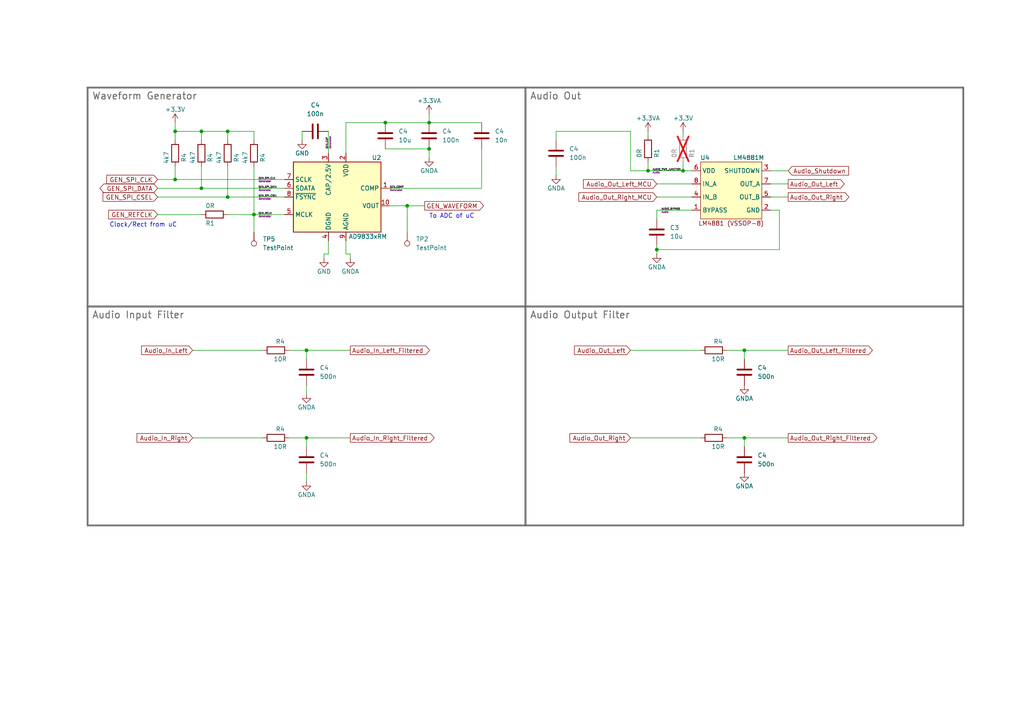
<source format=kicad_sch>
(kicad_sch (version 20230121) (generator eeschema)

  (uuid b0640254-8924-431a-93d3-c7e1f28c5f8b)

  (paper "A4")

  (lib_symbols
    (symbol "Connector:TestPoint" (pin_numbers hide) (pin_names (offset 0.762) hide) (in_bom yes) (on_board yes)
      (property "Reference" "TP" (at 0 6.858 0)
        (effects (font (size 1.27 1.27)))
      )
      (property "Value" "TestPoint" (at 0 5.08 0)
        (effects (font (size 1.27 1.27)))
      )
      (property "Footprint" "" (at 5.08 0 0)
        (effects (font (size 1.27 1.27)) hide)
      )
      (property "Datasheet" "~" (at 5.08 0 0)
        (effects (font (size 1.27 1.27)) hide)
      )
      (property "ki_keywords" "test point tp" (at 0 0 0)
        (effects (font (size 1.27 1.27)) hide)
      )
      (property "ki_description" "test point" (at 0 0 0)
        (effects (font (size 1.27 1.27)) hide)
      )
      (property "ki_fp_filters" "Pin* Test*" (at 0 0 0)
        (effects (font (size 1.27 1.27)) hide)
      )
      (symbol "TestPoint_0_1"
        (circle (center 0 3.302) (radius 0.762)
          (stroke (width 0) (type default))
          (fill (type none))
        )
      )
      (symbol "TestPoint_1_1"
        (pin passive line (at 0 0 90) (length 2.54)
          (name "1" (effects (font (size 1.27 1.27))))
          (number "1" (effects (font (size 1.27 1.27))))
        )
      )
    )
    (symbol "Device:C" (pin_numbers hide) (pin_names (offset 0.254)) (in_bom yes) (on_board yes)
      (property "Reference" "C" (at 0.635 2.54 0)
        (effects (font (size 1.27 1.27)) (justify left))
      )
      (property "Value" "C" (at 0.635 -2.54 0)
        (effects (font (size 1.27 1.27)) (justify left))
      )
      (property "Footprint" "" (at 0.9652 -3.81 0)
        (effects (font (size 1.27 1.27)) hide)
      )
      (property "Datasheet" "~" (at 0 0 0)
        (effects (font (size 1.27 1.27)) hide)
      )
      (property "ki_keywords" "cap capacitor" (at 0 0 0)
        (effects (font (size 1.27 1.27)) hide)
      )
      (property "ki_description" "Unpolarized capacitor" (at 0 0 0)
        (effects (font (size 1.27 1.27)) hide)
      )
      (property "ki_fp_filters" "C_*" (at 0 0 0)
        (effects (font (size 1.27 1.27)) hide)
      )
      (symbol "C_0_1"
        (polyline
          (pts
            (xy -2.032 -0.762)
            (xy 2.032 -0.762)
          )
          (stroke (width 0.508) (type default))
          (fill (type none))
        )
        (polyline
          (pts
            (xy -2.032 0.762)
            (xy 2.032 0.762)
          )
          (stroke (width 0.508) (type default))
          (fill (type none))
        )
      )
      (symbol "C_1_1"
        (pin passive line (at 0 3.81 270) (length 2.794)
          (name "~" (effects (font (size 1.27 1.27))))
          (number "1" (effects (font (size 1.27 1.27))))
        )
        (pin passive line (at 0 -3.81 90) (length 2.794)
          (name "~" (effects (font (size 1.27 1.27))))
          (number "2" (effects (font (size 1.27 1.27))))
        )
      )
    )
    (symbol "Device:R" (pin_numbers hide) (pin_names (offset 0)) (in_bom yes) (on_board yes)
      (property "Reference" "R" (at 2.032 0 90)
        (effects (font (size 1.27 1.27)))
      )
      (property "Value" "R" (at 0 0 90)
        (effects (font (size 1.27 1.27)))
      )
      (property "Footprint" "" (at -1.778 0 90)
        (effects (font (size 1.27 1.27)) hide)
      )
      (property "Datasheet" "~" (at 0 0 0)
        (effects (font (size 1.27 1.27)) hide)
      )
      (property "ki_keywords" "R res resistor" (at 0 0 0)
        (effects (font (size 1.27 1.27)) hide)
      )
      (property "ki_description" "Resistor" (at 0 0 0)
        (effects (font (size 1.27 1.27)) hide)
      )
      (property "ki_fp_filters" "R_*" (at 0 0 0)
        (effects (font (size 1.27 1.27)) hide)
      )
      (symbol "R_0_1"
        (rectangle (start -1.016 -2.54) (end 1.016 2.54)
          (stroke (width 0.254) (type default))
          (fill (type none))
        )
      )
      (symbol "R_1_1"
        (pin passive line (at 0 3.81 270) (length 1.27)
          (name "~" (effects (font (size 1.27 1.27))))
          (number "1" (effects (font (size 1.27 1.27))))
        )
        (pin passive line (at 0 -3.81 90) (length 1.27)
          (name "~" (effects (font (size 1.27 1.27))))
          (number "2" (effects (font (size 1.27 1.27))))
        )
      )
    )
    (symbol "Interface:AD9833xRM" (in_bom yes) (on_board yes)
      (property "Reference" "U" (at -12.7 11.43 0)
        (effects (font (size 1.27 1.27)) (justify left))
      )
      (property "Value" "AD9833xRM" (at 5.08 11.43 0)
        (effects (font (size 1.27 1.27)) (justify left))
      )
      (property "Footprint" "Package_SO:MSOP-10_3x3mm_P0.5mm" (at 0 -15.24 0)
        (effects (font (size 1.27 1.27)) hide)
      )
      (property "Datasheet" "https://www.analog.com/media/en/technical-documentation/data-sheets/ad9833.pdf" (at -1.27 7.62 0)
        (effects (font (size 1.27 1.27)) hide)
      )
      (property "ki_keywords" "Direct Digital Synthesizer DDS" (at 0 0 0)
        (effects (font (size 1.27 1.27)) hide)
      )
      (property "ki_description" "10 bit 25 MHz Programmable Waveform Generator, 2.3V to 5.5V, 12.65mW, MSOP-10" (at 0 0 0)
        (effects (font (size 1.27 1.27)) hide)
      )
      (property "ki_fp_filters" "MSOP*3x3mm*P0.5mm*" (at 0 0 0)
        (effects (font (size 1.27 1.27)) hide)
      )
      (symbol "AD9833xRM_0_1"
        (rectangle (start -12.7 10.16) (end 12.7 -10.16)
          (stroke (width 0.254) (type default))
          (fill (type background))
        )
      )
      (symbol "AD9833xRM_1_1"
        (pin passive line (at 15.24 2.54 180) (length 2.54)
          (name "COMP" (effects (font (size 1.27 1.27))))
          (number "1" (effects (font (size 1.27 1.27))))
        )
        (pin output line (at 15.24 -2.54 180) (length 2.54)
          (name "VOUT" (effects (font (size 1.27 1.27))))
          (number "10" (effects (font (size 1.27 1.27))))
        )
        (pin power_in line (at 2.54 12.7 270) (length 2.54)
          (name "VDD" (effects (font (size 1.27 1.27))))
          (number "2" (effects (font (size 1.27 1.27))))
        )
        (pin power_in line (at -2.54 12.7 270) (length 2.54)
          (name "CAP/2.5V" (effects (font (size 1.27 1.27))))
          (number "3" (effects (font (size 1.27 1.27))))
        )
        (pin power_in line (at -2.54 -12.7 90) (length 2.54)
          (name "DGND" (effects (font (size 1.27 1.27))))
          (number "4" (effects (font (size 1.27 1.27))))
        )
        (pin input line (at -15.24 -5.08 0) (length 2.54)
          (name "MCLK" (effects (font (size 1.27 1.27))))
          (number "5" (effects (font (size 1.27 1.27))))
        )
        (pin input line (at -15.24 2.54 0) (length 2.54)
          (name "SDATA" (effects (font (size 1.27 1.27))))
          (number "6" (effects (font (size 1.27 1.27))))
        )
        (pin input line (at -15.24 5.08 0) (length 2.54)
          (name "SCLK" (effects (font (size 1.27 1.27))))
          (number "7" (effects (font (size 1.27 1.27))))
        )
        (pin input line (at -15.24 0 0) (length 2.54)
          (name "~{FSYNC}" (effects (font (size 1.27 1.27))))
          (number "8" (effects (font (size 1.27 1.27))))
        )
        (pin power_in line (at 2.54 -12.7 90) (length 2.54)
          (name "AGND" (effects (font (size 1.27 1.27))))
          (number "9" (effects (font (size 1.27 1.27))))
        )
      )
    )
    (symbol "TimosSymbole:LM4881M" (in_bom yes) (on_board yes)
      (property "Reference" "U" (at -2.54 8.89 0)
        (effects (font (size 1.27 1.27)))
      )
      (property "Value" "LM4881M" (at 10.16 8.89 0)
        (effects (font (size 1.27 1.27)))
      )
      (property "Footprint" "Package_SO:VSSOP-8_3.0x3.0mm_P0.65mm" (at 6.35 -17.78 0)
        (effects (font (size 1.27 1.27)) hide)
      )
      (property "Datasheet" "https://www.ti.com/lit/ds/symlink/lm4881.pdf?HQS=dis-mous-null-mousermode-dsf-pf-null-wwe&ts=1703283111752&ref_url=https%253A%252F%252Fwww.mouser.de%252F" (at 0 -12.7 0)
        (effects (font (size 1.27 1.27)) hide)
      )
      (property "MFN" "LM4881MM/NOPB" (at 24.13 -10.16 0)
        (effects (font (size 1.27 1.27)) hide)
      )
      (property "Mechanical Outline Drawing" "https://www.ti.com/lit/ml/mpds028d/mpds028d.pdf?ts=1704435799998" (at 3.81 -15.24 0)
        (effects (font (size 1.27 1.27)) hide)
      )
      (property "ki_keywords" "audio, amplifier" (at 0 0 0)
        (effects (font (size 1.27 1.27)) hide)
      )
      (property "ki_description" "LM4881M Boomer" (at 0 0 0)
        (effects (font (size 1.27 1.27)) hide)
      )
      (symbol "LM4881M_1_1"
        (rectangle (start -3.81 7.62) (end 13.97 -8.89)
          (stroke (width 0) (type default))
          (fill (type background))
        )
        (text "LM4881 (VSSOP-8)" (at 5.08 -10.16 0)
          (effects (font (size 1.27 1.27)))
        )
        (pin passive line (at -6.35 -6.35 0) (length 2.54)
          (name "BYPASS" (effects (font (size 1.27 1.27))))
          (number "1" (effects (font (size 1.27 1.27))))
        )
        (pin power_out line (at 16.51 -6.35 180) (length 2.54)
          (name "GND" (effects (font (size 1.27 1.27))))
          (number "2" (effects (font (size 1.27 1.27))))
        )
        (pin input line (at 16.51 5.08 180) (length 2.54)
          (name "SHUTDOWN" (effects (font (size 1.27 1.27))))
          (number "3" (effects (font (size 1.27 1.27))))
        )
        (pin input line (at -6.35 -2.54 0) (length 2.54)
          (name "IN_B" (effects (font (size 1.27 1.27))))
          (number "4" (effects (font (size 1.27 1.27))))
        )
        (pin output line (at 16.51 -2.54 180) (length 2.54)
          (name "OUT_B" (effects (font (size 1.27 1.27))))
          (number "5" (effects (font (size 1.27 1.27))))
        )
        (pin power_in line (at -6.35 5.08 0) (length 2.54)
          (name "VDD" (effects (font (size 1.27 1.27))))
          (number "6" (effects (font (size 1.27 1.27))))
        )
        (pin output line (at 16.51 1.27 180) (length 2.54)
          (name "OUT_A" (effects (font (size 1.27 1.27))))
          (number "7" (effects (font (size 1.27 1.27))))
        )
        (pin input line (at -6.35 1.27 0) (length 2.54)
          (name "IN_A" (effects (font (size 1.27 1.27))))
          (number "8" (effects (font (size 1.27 1.27))))
        )
      )
    )
    (symbol "power:+3.3V" (power) (pin_names (offset 0)) (in_bom yes) (on_board yes)
      (property "Reference" "#PWR" (at 0 -3.81 0)
        (effects (font (size 1.27 1.27)) hide)
      )
      (property "Value" "+3.3V" (at 0 3.556 0)
        (effects (font (size 1.27 1.27)))
      )
      (property "Footprint" "" (at 0 0 0)
        (effects (font (size 1.27 1.27)) hide)
      )
      (property "Datasheet" "" (at 0 0 0)
        (effects (font (size 1.27 1.27)) hide)
      )
      (property "ki_keywords" "global power" (at 0 0 0)
        (effects (font (size 1.27 1.27)) hide)
      )
      (property "ki_description" "Power symbol creates a global label with name \"+3.3V\"" (at 0 0 0)
        (effects (font (size 1.27 1.27)) hide)
      )
      (symbol "+3.3V_0_1"
        (polyline
          (pts
            (xy -0.762 1.27)
            (xy 0 2.54)
          )
          (stroke (width 0) (type default))
          (fill (type none))
        )
        (polyline
          (pts
            (xy 0 0)
            (xy 0 2.54)
          )
          (stroke (width 0) (type default))
          (fill (type none))
        )
        (polyline
          (pts
            (xy 0 2.54)
            (xy 0.762 1.27)
          )
          (stroke (width 0) (type default))
          (fill (type none))
        )
      )
      (symbol "+3.3V_1_1"
        (pin power_in line (at 0 0 90) (length 0) hide
          (name "+3.3V" (effects (font (size 1.27 1.27))))
          (number "1" (effects (font (size 1.27 1.27))))
        )
      )
    )
    (symbol "power:+3.3VA" (power) (pin_names (offset 0)) (in_bom yes) (on_board yes)
      (property "Reference" "#PWR" (at 0 -3.81 0)
        (effects (font (size 1.27 1.27)) hide)
      )
      (property "Value" "+3.3VA" (at 0 3.556 0)
        (effects (font (size 1.27 1.27)))
      )
      (property "Footprint" "" (at 0 0 0)
        (effects (font (size 1.27 1.27)) hide)
      )
      (property "Datasheet" "" (at 0 0 0)
        (effects (font (size 1.27 1.27)) hide)
      )
      (property "ki_keywords" "global power" (at 0 0 0)
        (effects (font (size 1.27 1.27)) hide)
      )
      (property "ki_description" "Power symbol creates a global label with name \"+3.3VA\"" (at 0 0 0)
        (effects (font (size 1.27 1.27)) hide)
      )
      (symbol "+3.3VA_0_1"
        (polyline
          (pts
            (xy -0.762 1.27)
            (xy 0 2.54)
          )
          (stroke (width 0) (type default))
          (fill (type none))
        )
        (polyline
          (pts
            (xy 0 0)
            (xy 0 2.54)
          )
          (stroke (width 0) (type default))
          (fill (type none))
        )
        (polyline
          (pts
            (xy 0 2.54)
            (xy 0.762 1.27)
          )
          (stroke (width 0) (type default))
          (fill (type none))
        )
      )
      (symbol "+3.3VA_1_1"
        (pin power_in line (at 0 0 90) (length 0) hide
          (name "+3.3VA" (effects (font (size 1.27 1.27))))
          (number "1" (effects (font (size 1.27 1.27))))
        )
      )
    )
    (symbol "power:GND" (power) (pin_names (offset 0)) (in_bom yes) (on_board yes)
      (property "Reference" "#PWR" (at 0 -6.35 0)
        (effects (font (size 1.27 1.27)) hide)
      )
      (property "Value" "GND" (at 0 -3.81 0)
        (effects (font (size 1.27 1.27)))
      )
      (property "Footprint" "" (at 0 0 0)
        (effects (font (size 1.27 1.27)) hide)
      )
      (property "Datasheet" "" (at 0 0 0)
        (effects (font (size 1.27 1.27)) hide)
      )
      (property "ki_keywords" "global power" (at 0 0 0)
        (effects (font (size 1.27 1.27)) hide)
      )
      (property "ki_description" "Power symbol creates a global label with name \"GND\" , ground" (at 0 0 0)
        (effects (font (size 1.27 1.27)) hide)
      )
      (symbol "GND_0_1"
        (polyline
          (pts
            (xy 0 0)
            (xy 0 -1.27)
            (xy 1.27 -1.27)
            (xy 0 -2.54)
            (xy -1.27 -1.27)
            (xy 0 -1.27)
          )
          (stroke (width 0) (type default))
          (fill (type none))
        )
      )
      (symbol "GND_1_1"
        (pin power_in line (at 0 0 270) (length 0) hide
          (name "GND" (effects (font (size 1.27 1.27))))
          (number "1" (effects (font (size 1.27 1.27))))
        )
      )
    )
    (symbol "power:GNDA" (power) (pin_names (offset 0)) (in_bom yes) (on_board yes)
      (property "Reference" "#PWR" (at 0 -6.35 0)
        (effects (font (size 1.27 1.27)) hide)
      )
      (property "Value" "GNDA" (at 0 -3.81 0)
        (effects (font (size 1.27 1.27)))
      )
      (property "Footprint" "" (at 0 0 0)
        (effects (font (size 1.27 1.27)) hide)
      )
      (property "Datasheet" "" (at 0 0 0)
        (effects (font (size 1.27 1.27)) hide)
      )
      (property "ki_keywords" "global power" (at 0 0 0)
        (effects (font (size 1.27 1.27)) hide)
      )
      (property "ki_description" "Power symbol creates a global label with name \"GNDA\" , analog ground" (at 0 0 0)
        (effects (font (size 1.27 1.27)) hide)
      )
      (symbol "GNDA_0_1"
        (polyline
          (pts
            (xy 0 0)
            (xy 0 -1.27)
            (xy 1.27 -1.27)
            (xy 0 -2.54)
            (xy -1.27 -1.27)
            (xy 0 -1.27)
          )
          (stroke (width 0) (type default))
          (fill (type none))
        )
      )
      (symbol "GNDA_1_1"
        (pin power_in line (at 0 0 270) (length 0) hide
          (name "GNDA" (effects (font (size 1.27 1.27))))
          (number "1" (effects (font (size 1.27 1.27))))
        )
      )
    )
  )

  (junction (at 124.46 35.56) (diameter 0) (color 0 0 0 0)
    (uuid 2487d8cc-8510-477c-bc9f-16cd3f8e96c9)
  )
  (junction (at 215.9 127) (diameter 0) (color 0 0 0 0)
    (uuid 53572a6d-90d2-446a-805a-c2fa7eef9b4b)
  )
  (junction (at 187.96 49.53) (diameter 0) (color 0 0 0 0)
    (uuid 549cb936-6bf0-4f8f-881b-b80447626ed0)
  )
  (junction (at 190.5 72.39) (diameter 0) (color 0 0 0 0)
    (uuid 575f9c67-6013-4642-a19b-bcafb42282e2)
  )
  (junction (at 88.9 101.6) (diameter 0) (color 0 0 0 0)
    (uuid 58a69610-89e0-4915-9bbb-2e30348f5d43)
  )
  (junction (at 198.12 49.53) (diameter 0) (color 0 0 0 0)
    (uuid 6a0fe58c-6147-41ce-9c76-0668eee8218f)
  )
  (junction (at 66.04 57.15) (diameter 0) (color 0 0 0 0)
    (uuid 714a6227-37e5-4ffb-85cc-eb8316990ab4)
  )
  (junction (at 58.42 54.61) (diameter 0) (color 0 0 0 0)
    (uuid 7ec69ef4-4c2d-411a-b871-4ebafcdc6030)
  )
  (junction (at 50.8 52.07) (diameter 0) (color 0 0 0 0)
    (uuid a144d2c5-fa35-4924-8391-da9a6d800e40)
  )
  (junction (at 88.9 127) (diameter 0) (color 0 0 0 0)
    (uuid a160d4de-d1c1-4e93-83e5-a3dfc50bd67d)
  )
  (junction (at 58.42 38.1) (diameter 0) (color 0 0 0 0)
    (uuid a345699f-622b-4b44-ad55-22b79b2c0f23)
  )
  (junction (at 73.66 62.23) (diameter 0) (color 0 0 0 0)
    (uuid af9b240d-bf27-4d03-bd52-3b1dff189e8b)
  )
  (junction (at 118.11 59.69) (diameter 0) (color 0 0 0 0)
    (uuid b6e20650-a01c-4685-b213-66e2a074bb4a)
  )
  (junction (at 215.9 101.6) (diameter 0) (color 0 0 0 0)
    (uuid b8357f3f-96a1-41f0-a776-241d419b5da2)
  )
  (junction (at 124.46 43.18) (diameter 0) (color 0 0 0 0)
    (uuid c145fc93-ead1-47ae-80f7-78c82a017aec)
  )
  (junction (at 66.04 38.1) (diameter 0) (color 0 0 0 0)
    (uuid d9aed967-8571-42f5-aed7-5b98fa4a55ba)
  )
  (junction (at 111.76 35.56) (diameter 0) (color 0 0 0 0)
    (uuid de184bfb-12ea-4928-8c30-0d3945cbc42f)
  )
  (junction (at 50.8 38.1) (diameter 0) (color 0 0 0 0)
    (uuid e0e7a7ea-f606-4bd8-bf43-93a01c5d36fa)
  )

  (wire (pts (xy 66.04 38.1) (xy 73.66 38.1))
    (stroke (width 0) (type default))
    (uuid 05866bf1-8d35-4828-8f2f-d87ad55fa392)
  )
  (wire (pts (xy 215.9 127) (xy 215.9 129.54))
    (stroke (width 0) (type default))
    (uuid 0a883f5b-f3cc-4336-ba36-cd897006ff81)
  )
  (wire (pts (xy 190.5 72.39) (xy 226.06 72.39))
    (stroke (width 0) (type default))
    (uuid 0d52c0ea-c8e0-4c28-9eb2-b6c3280d93be)
  )
  (wire (pts (xy 88.9 101.6) (xy 101.6 101.6))
    (stroke (width 0) (type default))
    (uuid 0e366ec0-daad-4a53-bd8d-629080c22013)
  )
  (wire (pts (xy 187.96 49.53) (xy 182.88 49.53))
    (stroke (width 0) (type default))
    (uuid 0eda5e1e-7841-4d37-8a7c-4cf025bbe9db)
  )
  (wire (pts (xy 161.29 50.8) (xy 161.29 48.26))
    (stroke (width 0) (type default))
    (uuid 0f913817-171c-4386-95ce-f8ad656714d0)
  )
  (wire (pts (xy 55.88 101.6) (xy 76.2 101.6))
    (stroke (width 0) (type default))
    (uuid 0ffe4ac8-dbe8-4dbf-9ea8-c0c02776bf0a)
  )
  (wire (pts (xy 215.9 127) (xy 228.6 127))
    (stroke (width 0) (type default))
    (uuid 1030b5bc-81ac-4738-acde-9af8549300a7)
  )
  (wire (pts (xy 226.06 60.96) (xy 223.52 60.96))
    (stroke (width 0) (type default))
    (uuid 1ea0cd8c-3cd4-43c9-a251-e3f54bd9bfc0)
  )
  (wire (pts (xy 118.11 59.69) (xy 123.19 59.69))
    (stroke (width 0) (type default))
    (uuid 20926893-3570-4f14-885b-6c8cef41a45d)
  )
  (wire (pts (xy 88.9 139.7) (xy 88.9 137.16))
    (stroke (width 0) (type default))
    (uuid 2243fd28-5e05-4276-8557-84e270cfdc4f)
  )
  (wire (pts (xy 198.12 49.53) (xy 200.66 49.53))
    (stroke (width 0) (type default))
    (uuid 23a0d2c6-8031-433b-8d4f-23d249facbce)
  )
  (wire (pts (xy 66.04 57.15) (xy 82.55 57.15))
    (stroke (width 0) (type default))
    (uuid 24bfc207-1414-40e1-bd03-57d4a54fd2fa)
  )
  (wire (pts (xy 223.52 57.15) (xy 228.6 57.15))
    (stroke (width 0) (type default))
    (uuid 2d1ebfcd-adf9-4c85-8581-52863919bea6)
  )
  (wire (pts (xy 45.72 54.61) (xy 58.42 54.61))
    (stroke (width 0) (type default))
    (uuid 2dc2c571-37a8-4ca9-a932-43bffdec0458)
  )
  (wire (pts (xy 161.29 38.1) (xy 161.29 40.64))
    (stroke (width 0) (type default))
    (uuid 2fa09ada-d4ec-46a0-9e61-bafcd061b120)
  )
  (wire (pts (xy 58.42 48.26) (xy 58.42 54.61))
    (stroke (width 0) (type default))
    (uuid 311586d3-60dd-4437-b026-c400492b7089)
  )
  (wire (pts (xy 66.04 48.26) (xy 66.04 57.15))
    (stroke (width 0) (type default))
    (uuid 3739b872-9d98-4882-9be5-5d0e32b3120a)
  )
  (wire (pts (xy 50.8 38.1) (xy 58.42 38.1))
    (stroke (width 0) (type default))
    (uuid 39746fdd-81c4-4893-91b9-89b0ea29f2c3)
  )
  (wire (pts (xy 88.9 127) (xy 101.6 127))
    (stroke (width 0) (type default))
    (uuid 39f9249a-4572-4c21-ba91-7c0592c94c5d)
  )
  (wire (pts (xy 118.11 59.69) (xy 118.11 67.31))
    (stroke (width 0) (type default))
    (uuid 3baa3a03-c34d-474e-8c31-349e095f0d98)
  )
  (wire (pts (xy 55.88 127) (xy 76.2 127))
    (stroke (width 0) (type default))
    (uuid 3f8ef9aa-d767-4161-81fa-f9fd6fcfa3c1)
  )
  (wire (pts (xy 58.42 38.1) (xy 66.04 38.1))
    (stroke (width 0) (type default))
    (uuid 422cc924-c521-48e8-b388-19aa2d202423)
  )
  (wire (pts (xy 50.8 40.64) (xy 50.8 38.1))
    (stroke (width 0) (type default))
    (uuid 4366cecc-cf14-44a6-b36f-9cf5a3ceb210)
  )
  (wire (pts (xy 50.8 52.07) (xy 82.55 52.07))
    (stroke (width 0) (type default))
    (uuid 45f1a708-8012-4c81-a4d2-e82666bb402a)
  )
  (wire (pts (xy 95.25 38.1) (xy 95.25 44.45))
    (stroke (width 0) (type default))
    (uuid 4979f438-fcd3-4539-b70b-391eea88fd55)
  )
  (wire (pts (xy 73.66 38.1) (xy 73.66 40.64))
    (stroke (width 0) (type default))
    (uuid 4f2eb60f-6594-4971-93f1-991c32632d16)
  )
  (wire (pts (xy 93.98 73.66) (xy 93.98 74.93))
    (stroke (width 0) (type default))
    (uuid 5494fb1f-be3e-4872-bbac-1ecf97d17077)
  )
  (wire (pts (xy 182.88 38.1) (xy 161.29 38.1))
    (stroke (width 0) (type default))
    (uuid 5974d3c2-49c3-4b6b-9860-bad24fd1793a)
  )
  (wire (pts (xy 83.82 127) (xy 88.9 127))
    (stroke (width 0) (type default))
    (uuid 5af727dd-66ae-426d-8b97-02434a525436)
  )
  (wire (pts (xy 198.12 38.1) (xy 198.12 39.37))
    (stroke (width 0) (type default))
    (uuid 6465f38d-7ecd-4f52-9eca-13e0d6b05121)
  )
  (wire (pts (xy 88.9 114.3) (xy 88.9 111.76))
    (stroke (width 0) (type default))
    (uuid 64ae8329-379e-44af-8ac3-af533e40bb44)
  )
  (wire (pts (xy 210.82 127) (xy 215.9 127))
    (stroke (width 0) (type default))
    (uuid 6529703e-277f-4e19-a737-a0888b7d389e)
  )
  (wire (pts (xy 190.5 60.96) (xy 200.66 60.96))
    (stroke (width 0) (type default))
    (uuid 654e22cd-a354-46b8-827e-0275b535be6b)
  )
  (wire (pts (xy 215.9 101.6) (xy 228.6 101.6))
    (stroke (width 0) (type default))
    (uuid 6564d6ae-9324-4786-9147-69e4857f2935)
  )
  (wire (pts (xy 223.52 49.53) (xy 228.6 49.53))
    (stroke (width 0) (type default))
    (uuid 672012cf-80d9-4520-8fab-0509bc078376)
  )
  (wire (pts (xy 88.9 127) (xy 88.9 129.54))
    (stroke (width 0) (type default))
    (uuid 676f2f1f-78ab-4c13-83d7-fa157782b1b5)
  )
  (wire (pts (xy 124.46 35.56) (xy 139.7 35.56))
    (stroke (width 0) (type default))
    (uuid 6779479a-bdbf-433e-9e34-dfbbba71e3ec)
  )
  (wire (pts (xy 45.72 57.15) (xy 66.04 57.15))
    (stroke (width 0) (type default))
    (uuid 6dfff3d7-c7b4-4ff7-bee3-0af712207ed4)
  )
  (wire (pts (xy 111.76 35.56) (xy 124.46 35.56))
    (stroke (width 0) (type default))
    (uuid 6ecc0834-df4c-4f19-bf75-1ec257e96937)
  )
  (wire (pts (xy 50.8 48.26) (xy 50.8 52.07))
    (stroke (width 0) (type default))
    (uuid 71f43228-e39d-4b4d-87ce-c84813caa983)
  )
  (wire (pts (xy 182.88 49.53) (xy 182.88 38.1))
    (stroke (width 0) (type default))
    (uuid 75521f34-62ac-40a8-bbc7-ebf2a7049eb6)
  )
  (wire (pts (xy 83.82 101.6) (xy 88.9 101.6))
    (stroke (width 0) (type default))
    (uuid 7556beb5-3018-4a1f-bddc-5a5f4b810553)
  )
  (wire (pts (xy 58.42 54.61) (xy 82.55 54.61))
    (stroke (width 0) (type default))
    (uuid 79af3e2a-07bc-4ec7-835f-cb17a45d8bfb)
  )
  (wire (pts (xy 210.82 101.6) (xy 215.9 101.6))
    (stroke (width 0) (type default))
    (uuid 7e69d9e6-7a8a-4d1d-8339-4c0718c16131)
  )
  (wire (pts (xy 100.33 35.56) (xy 111.76 35.56))
    (stroke (width 0) (type default))
    (uuid 802b6be4-7cee-447c-a592-de3469acee70)
  )
  (wire (pts (xy 190.5 71.12) (xy 190.5 72.39))
    (stroke (width 0) (type default))
    (uuid 832edb1d-3d92-4fb2-8bde-37e0523ebcc0)
  )
  (wire (pts (xy 50.8 35.56) (xy 50.8 38.1))
    (stroke (width 0) (type default))
    (uuid 838a314f-3f6f-406d-a6e1-1bab13f29c40)
  )
  (wire (pts (xy 93.98 73.66) (xy 95.25 73.66))
    (stroke (width 0) (type default))
    (uuid 84505126-eb57-45ee-9f46-0ba0a9d6be91)
  )
  (wire (pts (xy 100.33 35.56) (xy 100.33 44.45))
    (stroke (width 0) (type default))
    (uuid 8618e717-a865-4010-9ca5-db6c8c959388)
  )
  (wire (pts (xy 113.03 59.69) (xy 118.11 59.69))
    (stroke (width 0) (type default))
    (uuid 87be42e2-641d-441c-9be6-2fa37fffb860)
  )
  (wire (pts (xy 223.52 53.34) (xy 228.6 53.34))
    (stroke (width 0) (type default))
    (uuid 899ae00a-e934-4550-887d-7776d41d52b3)
  )
  (wire (pts (xy 190.5 72.39) (xy 190.5 73.66))
    (stroke (width 0) (type default))
    (uuid 8e9f274d-ce26-49e1-a552-290417fc48d7)
  )
  (wire (pts (xy 58.42 38.1) (xy 58.42 40.64))
    (stroke (width 0) (type default))
    (uuid 8f0c3f5c-4875-4f41-8488-a77c7999fb60)
  )
  (wire (pts (xy 187.96 38.1) (xy 187.96 39.37))
    (stroke (width 0) (type default))
    (uuid 90305610-b7ad-4b7f-bdad-4bdc6d4ee5a1)
  )
  (wire (pts (xy 187.96 49.53) (xy 198.12 49.53))
    (stroke (width 0) (type default))
    (uuid 9434f442-9fa2-420a-b410-fbff436b0834)
  )
  (wire (pts (xy 87.63 38.1) (xy 87.63 40.64))
    (stroke (width 0) (type default))
    (uuid 95021011-e37f-49e7-b36e-9cac1f4196db)
  )
  (wire (pts (xy 88.9 101.6) (xy 88.9 104.14))
    (stroke (width 0) (type default))
    (uuid 97f4be70-6d54-4eac-9829-72553f4b45ac)
  )
  (wire (pts (xy 198.12 46.99) (xy 198.12 49.53))
    (stroke (width 0) (type default))
    (uuid 9a982a5a-ceda-49df-890b-790556fec2f1)
  )
  (wire (pts (xy 73.66 48.26) (xy 73.66 62.23))
    (stroke (width 0) (type default))
    (uuid 9c096167-f137-4773-b268-6947d1a297c4)
  )
  (wire (pts (xy 111.76 43.18) (xy 124.46 43.18))
    (stroke (width 0) (type default))
    (uuid 9c1c3efd-ec93-48d5-9410-e6f819adb791)
  )
  (wire (pts (xy 45.72 62.23) (xy 58.42 62.23))
    (stroke (width 0) (type default))
    (uuid a36aac01-6187-40ad-a0eb-4b47d71e4c33)
  )
  (wire (pts (xy 100.33 73.66) (xy 100.33 69.85))
    (stroke (width 0) (type default))
    (uuid a86e135d-342a-4854-90e7-5c66c2651eed)
  )
  (wire (pts (xy 95.25 73.66) (xy 95.25 69.85))
    (stroke (width 0) (type default))
    (uuid a8f5ec96-4f0a-4b9f-be78-944eac4160ca)
  )
  (wire (pts (xy 190.5 57.15) (xy 200.66 57.15))
    (stroke (width 0) (type default))
    (uuid a977899b-4dbc-40f2-be74-4cf525d6b8ed)
  )
  (wire (pts (xy 113.03 54.61) (xy 139.7 54.61))
    (stroke (width 0) (type default))
    (uuid aa8e07a7-7c0c-4cd5-95fc-3b9b9168e486)
  )
  (wire (pts (xy 101.6 73.66) (xy 100.33 73.66))
    (stroke (width 0) (type default))
    (uuid aea232cb-a64e-4469-9da5-c14640a607e9)
  )
  (wire (pts (xy 45.72 52.07) (xy 50.8 52.07))
    (stroke (width 0) (type default))
    (uuid aebf6bab-6ba5-4a56-bd98-8ddc14275a40)
  )
  (wire (pts (xy 226.06 72.39) (xy 226.06 60.96))
    (stroke (width 0) (type default))
    (uuid b1389237-8e32-4224-b2f0-db7e014eff0e)
  )
  (wire (pts (xy 73.66 67.31) (xy 73.66 62.23))
    (stroke (width 0) (type default))
    (uuid b1e64d0f-18e2-4948-b385-fd0df6f93071)
  )
  (wire (pts (xy 66.04 38.1) (xy 66.04 40.64))
    (stroke (width 0) (type default))
    (uuid b2a5e558-546b-465a-a624-3e6cdcbdbea5)
  )
  (wire (pts (xy 124.46 33.02) (xy 124.46 35.56))
    (stroke (width 0) (type default))
    (uuid b46362fc-22e6-4320-be36-35c938f9c928)
  )
  (wire (pts (xy 215.9 101.6) (xy 215.9 104.14))
    (stroke (width 0) (type default))
    (uuid b97c7af0-79c1-47f9-abec-b306e2efe7c1)
  )
  (wire (pts (xy 124.46 43.18) (xy 124.46 45.72))
    (stroke (width 0) (type default))
    (uuid bf6debea-3135-4d6d-8c81-7f02fa0c5fc0)
  )
  (wire (pts (xy 190.5 63.5) (xy 190.5 60.96))
    (stroke (width 0) (type default))
    (uuid da3505f7-c916-4602-8d3d-01efd8c33390)
  )
  (wire (pts (xy 139.7 43.18) (xy 139.7 54.61))
    (stroke (width 0) (type default))
    (uuid dbf4e94d-99d2-4fc2-9a54-41a1cad845e0)
  )
  (wire (pts (xy 182.88 127) (xy 203.2 127))
    (stroke (width 0) (type default))
    (uuid e576c13e-cb5b-41d4-aa40-707786403fed)
  )
  (wire (pts (xy 182.88 101.6) (xy 203.2 101.6))
    (stroke (width 0) (type default))
    (uuid eb3444ab-e5b4-4f33-be95-ccad770a09df)
  )
  (wire (pts (xy 73.66 62.23) (xy 82.55 62.23))
    (stroke (width 0) (type default))
    (uuid eda1f504-71c0-4469-8ff6-5d91ed330f1c)
  )
  (wire (pts (xy 190.5 53.34) (xy 200.66 53.34))
    (stroke (width 0) (type default))
    (uuid f208c84c-75c8-44c2-ad85-f743c2cf21bb)
  )
  (wire (pts (xy 187.96 46.99) (xy 187.96 49.53))
    (stroke (width 0) (type default))
    (uuid f497b7e1-c435-4a2b-a9ce-02ec33fb73d3)
  )
  (wire (pts (xy 101.6 73.66) (xy 101.6 74.93))
    (stroke (width 0) (type default))
    (uuid f4f01fd9-6ad4-414a-8f8a-771c14e76886)
  )
  (wire (pts (xy 66.04 62.23) (xy 73.66 62.23))
    (stroke (width 0) (type default))
    (uuid f93de4ec-6de6-49cd-b788-8b365f5646d0)
  )

  (rectangle (start 25.4 88.9) (end 152.4 152.4)
    (stroke (width 0.5) (type default) (color 100 100 100 1))
    (fill (type none))
    (uuid 2a994c2f-94db-4859-894e-d413477c4fdd)
  )
  (rectangle (start 152.4 25.4) (end 279.4 88.9)
    (stroke (width 0.5) (type default) (color 100 100 100 1))
    (fill (type none))
    (uuid 342f5724-0880-44bc-9987-023c875a5d58)
  )
  (rectangle (start 25.4 25.4) (end 152.4 88.9)
    (stroke (width 0.5) (type default) (color 100 100 100 1))
    (fill (type none))
    (uuid b96d7372-c3e2-46c4-be5f-aaa58df72d88)
  )
  (rectangle (start 152.4 88.9) (end 279.4 152.4)
    (stroke (width 0.5) (type default) (color 100 100 100 1))
    (fill (type none))
    (uuid fe8b158b-84a2-4acf-9949-0fe36119bf14)
  )

  (text "Waveform Generator" (at 26.67 29.21 0)
    (effects (font (size 2 2) (thickness 0.254) bold (color 100 100 100 1)) (justify left bottom))
    (uuid 599eb214-5fc1-4132-85d3-f88e38b59322)
  )
  (text "Audio Output Filter" (at 153.67 92.71 0)
    (effects (font (size 2 2) (thickness 0.254) bold (color 100 100 100 1)) (justify left bottom))
    (uuid 5e429068-e217-4d4f-9caf-35dab035b7cc)
  )
  (text "Clock/Rect from uC" (at 31.75 66.04 0)
    (effects (font (size 1.27 1.27)) (justify left bottom))
    (uuid 7c06de8b-4927-444f-b568-2f610707cdb8)
  )
  (text "Audio Input Filter" (at 26.67 92.71 0)
    (effects (font (size 2 2) (thickness 0.254) bold (color 100 100 100 1)) (justify left bottom))
    (uuid d5413c0c-ca11-4a29-b0aa-37be4d505425)
  )
  (text "To ADC of uC" (at 124.46 63.5 0)
    (effects (font (size 1.27 1.27)) (justify left bottom))
    (uuid eb907757-f4a1-4b9c-8e17-ae1e1b5c448c)
  )
  (text "Audio Out" (at 153.67 29.21 0)
    (effects (font (size 2 2) (thickness 0.254) bold (color 100 100 100 1)) (justify left bottom))
    (uuid ee6eca58-83ac-43c8-b159-074c2e074242)
  )

  (label "AUDIO_PWR_JUNCTION" (at 189.23 49.53 0) (fields_autoplaced)
    (effects (font (size 0.5 0.5)) (justify left bottom))
    (uuid 2390b281-0049-4db2-8613-7f988ef33cc4)
    (property "Netclass" "Audio" (at 189.23 50.03 0)
      (effects (font (size 0.5 0.5) italic) (justify left))
    )
  )
  (label "GEN_MCLK" (at 74.93 62.23 0) (fields_autoplaced)
    (effects (font (size 0.5 0.5)) (justify left bottom))
    (uuid 272b0194-01fd-4441-9ea6-96650eb07080)
    (property "Netclass" "Generator" (at 74.93 62.73 0)
      (effects (font (size 0.5 0.5) italic) (justify left))
    )
  )
  (label "AUDIO_BYPASS" (at 191.77 60.96 0) (fields_autoplaced)
    (effects (font (size 0.5 0.5)) (justify left bottom))
    (uuid 6b03cc5f-ea88-4ed8-9724-97709d9ff205)
    (property "Netclass" "Audio" (at 191.77 61.46 0)
      (effects (font (size 0.5 0.5) italic) (justify left))
    )
  )
  (label "GEN_CAP" (at 95.25 43.18 90) (fields_autoplaced)
    (effects (font (size 0.5 0.5)) (justify left bottom))
    (uuid 814ab586-628a-49ac-b559-c4c76a573649)
    (property "Netclass" "Generator" (at 95.75 43.18 90)
      (effects (font (size 0.5 0.5) italic) (justify left))
    )
  )
  (label "GEN_COMP" (at 113.03 54.61 0) (fields_autoplaced)
    (effects (font (size 0.5 0.5)) (justify left bottom))
    (uuid 9488c11f-eb6d-423a-a9f3-356549666428)
    (property "Netclass" "Generator" (at 113.03 55.11 0)
      (effects (font (size 0.5 0.5) italic) (justify left))
    )
  )
  (label "GEN_SPI_DATA" (at 74.93 54.61 0) (fields_autoplaced)
    (effects (font (size 0.5 0.5)) (justify left bottom))
    (uuid b220eaf8-a201-4f89-a80f-0cefd2b0e6e0)
    (property "Netclass" "Generator" (at 74.93 55.11 0)
      (effects (font (size 0.5 0.5) italic) (justify left))
    )
  )
  (label "GEN_SPI_CLK" (at 74.93 52.07 0) (fields_autoplaced)
    (effects (font (size 0.5 0.5)) (justify left bottom))
    (uuid df831cf9-70dc-4267-b14d-a87210824c6f)
    (property "Netclass" "Generator" (at 74.93 52.57 0)
      (effects (font (size 0.5 0.5) italic) (justify left))
    )
  )
  (label "GEN_SPI_CSEL" (at 74.93 57.15 0) (fields_autoplaced)
    (effects (font (size 0.5 0.5)) (justify left bottom))
    (uuid e288f108-4da4-4a49-9339-c023233eb908)
    (property "Netclass" "Generator" (at 74.93 57.65 0)
      (effects (font (size 0.5 0.5) italic) (justify left))
    )
  )

  (global_label "Audio_In_Left" (shape input) (at 55.88 101.6 180) (fields_autoplaced)
    (effects (font (size 1.27 1.27)) (justify right))
    (uuid 014df6e1-5ec0-4289-b97d-77566eb38901)
    (property "Intersheetrefs" "${INTERSHEET_REFS}" (at 40.4973 101.6 0)
      (effects (font (size 1.27 1.27)) (justify right) hide)
    )
  )
  (global_label "GEN_SPI_CSEL" (shape input) (at 45.72 57.15 180) (fields_autoplaced)
    (effects (font (size 1.27 1.27)) (justify right))
    (uuid 072bbafe-f299-4d15-a68f-4c6189e5f163)
    (property "Intersheetrefs" "${INTERSHEET_REFS}" (at 29.3092 57.15 0)
      (effects (font (size 1.27 1.27)) (justify right) hide)
    )
  )
  (global_label "Audio_Out_Left_MCU" (shape input) (at 190.5 53.34 180) (fields_autoplaced)
    (effects (font (size 1.27 1.27)) (justify right))
    (uuid 29410973-ae05-4753-b817-2f890d5e05cf)
    (property "Intersheetrefs" "${INTERSHEET_REFS}" (at 168.6464 53.34 0)
      (effects (font (size 1.27 1.27)) (justify right) hide)
    )
  )
  (global_label "Audio_Out_Right_MCU" (shape input) (at 190.5 57.15 180) (fields_autoplaced)
    (effects (font (size 1.27 1.27)) (justify right))
    (uuid 3373e6c0-1690-43f3-93ae-6c9eff04ee56)
    (property "Intersheetrefs" "${INTERSHEET_REFS}" (at 167.316 57.15 0)
      (effects (font (size 1.27 1.27)) (justify right) hide)
    )
  )
  (global_label "GEN_REFCLK" (shape input) (at 45.72 62.23 180) (fields_autoplaced)
    (effects (font (size 1.27 1.27)) (justify right))
    (uuid 37f53887-5d9b-4e3a-be56-ad3b1732ecc6)
    (property "Intersheetrefs" "${INTERSHEET_REFS}" (at 30.942 62.23 0)
      (effects (font (size 1.27 1.27)) (justify right) hide)
    )
  )
  (global_label "Audio_In_Right" (shape input) (at 55.88 127 180) (fields_autoplaced)
    (effects (font (size 1.27 1.27)) (justify right))
    (uuid 3ae52b3f-9c02-49df-8722-93f115b6d617)
    (property "Intersheetrefs" "${INTERSHEET_REFS}" (at 39.1669 127 0)
      (effects (font (size 1.27 1.27)) (justify right) hide)
    )
  )
  (global_label "GEN_SPI_CLK" (shape input) (at 45.72 52.07 180) (fields_autoplaced)
    (effects (font (size 1.27 1.27)) (justify right))
    (uuid 3af9d826-e11e-43c4-839b-55321e70c154)
    (property "Intersheetrefs" "${INTERSHEET_REFS}" (at 30.3977 52.07 0)
      (effects (font (size 1.27 1.27)) (justify right) hide)
    )
  )
  (global_label "GEN_WAVEFORM" (shape output) (at 123.19 59.69 0) (fields_autoplaced)
    (effects (font (size 1.27 1.27)) (justify left))
    (uuid 48e9cc70-e778-4f38-9cf5-caf950a5d5a3)
    (property "Intersheetrefs" "${INTERSHEET_REFS}" (at 140.8104 59.69 0)
      (effects (font (size 1.27 1.27)) (justify left) hide)
    )
  )
  (global_label "Audio_Out_Right_Filtered" (shape output) (at 228.6 127 0) (fields_autoplaced)
    (effects (font (size 1.27 1.27)) (justify left))
    (uuid 54474302-258e-4668-8b5b-e89050c1efaf)
    (property "Intersheetrefs" "${INTERSHEET_REFS}" (at 254.9288 127 0)
      (effects (font (size 1.27 1.27)) (justify left) hide)
    )
  )
  (global_label "Audio_Out_Left" (shape input) (at 182.88 101.6 180) (fields_autoplaced)
    (effects (font (size 1.27 1.27)) (justify right))
    (uuid 5e34adce-605b-429e-b979-cc022249a5c0)
    (property "Intersheetrefs" "${INTERSHEET_REFS}" (at 166.0459 101.6 0)
      (effects (font (size 1.27 1.27)) (justify right) hide)
    )
  )
  (global_label "Audio_Out_Left_Filtered" (shape output) (at 228.6 101.6 0) (fields_autoplaced)
    (effects (font (size 1.27 1.27)) (justify left))
    (uuid 67e378d0-a9ab-4308-a815-52b7d499df38)
    (property "Intersheetrefs" "${INTERSHEET_REFS}" (at 253.5984 101.6 0)
      (effects (font (size 1.27 1.27)) (justify left) hide)
    )
  )
  (global_label "Audio_In_Left_Filtered" (shape output) (at 101.6 101.6 0) (fields_autoplaced)
    (effects (font (size 1.27 1.27)) (justify left))
    (uuid 69527aca-e23c-4f02-9235-d1b438bb994d)
    (property "Intersheetrefs" "${INTERSHEET_REFS}" (at 125.147 101.6 0)
      (effects (font (size 1.27 1.27)) (justify left) hide)
    )
  )
  (global_label "Audio_Out_Right" (shape output) (at 228.6 57.15 0) (fields_autoplaced)
    (effects (font (size 1.27 1.27)) (justify left))
    (uuid 8171905b-d007-4a64-b5af-7319e3b1ccfd)
    (property "Intersheetrefs" "${INTERSHEET_REFS}" (at 246.7645 57.15 0)
      (effects (font (size 1.27 1.27)) (justify left) hide)
    )
  )
  (global_label "GEN_SPI_DATA" (shape bidirectional) (at 45.72 54.61 180) (fields_autoplaced)
    (effects (font (size 1.27 1.27)) (justify right))
    (uuid a6bded56-b270-4ad1-9d41-02cdb419180e)
    (property "Intersheetrefs" "${INTERSHEET_REFS}" (at 28.4397 54.61 0)
      (effects (font (size 1.27 1.27)) (justify right) hide)
    )
  )
  (global_label "Audio_Out_Right" (shape input) (at 182.88 127 180) (fields_autoplaced)
    (effects (font (size 1.27 1.27)) (justify right))
    (uuid a80e8986-9255-4a80-bce1-644074cf6689)
    (property "Intersheetrefs" "${INTERSHEET_REFS}" (at 164.7155 127 0)
      (effects (font (size 1.27 1.27)) (justify right) hide)
    )
  )
  (global_label "Audio_In_Right_Filtered" (shape output) (at 101.6 127 0) (fields_autoplaced)
    (effects (font (size 1.27 1.27)) (justify left))
    (uuid c6dd00fb-c1a2-48ff-9d24-67306838e8da)
    (property "Intersheetrefs" "${INTERSHEET_REFS}" (at 126.4774 127 0)
      (effects (font (size 1.27 1.27)) (justify left) hide)
    )
  )
  (global_label "Audio_Out_Left" (shape output) (at 228.6 53.34 0) (fields_autoplaced)
    (effects (font (size 1.27 1.27)) (justify left))
    (uuid e4bb3c7c-1140-4a10-8fdb-7f5da996cc2a)
    (property "Intersheetrefs" "${INTERSHEET_REFS}" (at 245.4341 53.34 0)
      (effects (font (size 1.27 1.27)) (justify left) hide)
    )
  )
  (global_label "Audio_Shutdown" (shape input) (at 228.6 49.53 0) (fields_autoplaced)
    (effects (font (size 1.27 1.27)) (justify left))
    (uuid f425b641-2982-4fd1-86b5-d85cc03a6510)
    (property "Intersheetrefs" "${INTERSHEET_REFS}" (at 246.7039 49.53 0)
      (effects (font (size 1.27 1.27)) (justify left) hide)
    )
  )

  (symbol (lib_id "power:+3.3VA") (at 187.96 38.1 0) (unit 1)
    (in_bom yes) (on_board yes) (dnp no)
    (uuid 06c264a9-825a-4c97-9e9c-bcd8e7dc9b5c)
    (property "Reference" "#PWR06" (at 187.96 41.91 0)
      (effects (font (size 1.27 1.27)) hide)
    )
    (property "Value" "+3.3VA" (at 187.96 34.29 0)
      (effects (font (size 1.27 1.27)))
    )
    (property "Footprint" "" (at 187.96 38.1 0)
      (effects (font (size 1.27 1.27)) hide)
    )
    (property "Datasheet" "" (at 187.96 38.1 0)
      (effects (font (size 1.27 1.27)) hide)
    )
    (pin "1" (uuid e44499c9-c00a-408e-aaea-c01dbccbe6b7))
    (instances
      (project "schneidbrett"
        (path "/c05974a1-d9e7-44bd-b1f3-81c4ede4353c/86ba3294-cf4a-47ab-b34c-9be2b0ce2123"
          (reference "#PWR06") (unit 1)
        )
        (path "/c05974a1-d9e7-44bd-b1f3-81c4ede4353c/88b5b5f9-c416-4523-9e04-323b913d1bb0"
          (reference "#PWR047") (unit 1)
        )
      )
    )
  )

  (symbol (lib_id "power:GNDA") (at 215.9 111.76 0) (unit 1)
    (in_bom yes) (on_board yes) (dnp no)
    (uuid 0b1cd846-815a-41ee-abc8-76db0f0faf14)
    (property "Reference" "#PWR07" (at 215.9 118.11 0)
      (effects (font (size 1.27 1.27)) hide)
    )
    (property "Value" "GNDA" (at 215.9 115.57 0)
      (effects (font (size 1.27 1.27)))
    )
    (property "Footprint" "" (at 215.9 111.76 0)
      (effects (font (size 1.27 1.27)) hide)
    )
    (property "Datasheet" "" (at 215.9 111.76 0)
      (effects (font (size 1.27 1.27)) hide)
    )
    (pin "1" (uuid c1d75021-04dc-45bb-b8e1-63184c4b01cf))
    (instances
      (project "schneidbrett"
        (path "/c05974a1-d9e7-44bd-b1f3-81c4ede4353c/86ba3294-cf4a-47ab-b34c-9be2b0ce2123"
          (reference "#PWR07") (unit 1)
        )
        (path "/c05974a1-d9e7-44bd-b1f3-81c4ede4353c/b0bd55ef-d145-4fa7-a843-05d41e852979"
          (reference "#PWR015") (unit 1)
        )
        (path "/c05974a1-d9e7-44bd-b1f3-81c4ede4353c/88b5b5f9-c416-4523-9e04-323b913d1bb0"
          (reference "#PWR060") (unit 1)
        )
      )
    )
  )

  (symbol (lib_id "Connector:TestPoint") (at 118.11 67.31 180) (unit 1)
    (in_bom no) (on_board yes) (dnp no) (fields_autoplaced)
    (uuid 0db14f9b-7c46-46e3-95dc-a5c794797f1c)
    (property "Reference" "TP2" (at 120.65 69.342 0)
      (effects (font (size 1.27 1.27)) (justify right))
    )
    (property "Value" "TestPoint" (at 120.65 71.882 0)
      (effects (font (size 1.27 1.27)) (justify right))
    )
    (property "Footprint" "TestPoint:TestPoint_Pad_D1.5mm" (at 113.03 67.31 0)
      (effects (font (size 1.27 1.27)) hide)
    )
    (property "Datasheet" "~" (at 113.03 67.31 0)
      (effects (font (size 1.27 1.27)) hide)
    )
    (property "Distributor Link" "" (at 118.11 67.31 0)
      (effects (font (size 1.27 1.27)) hide)
    )
    (property "Manufacturer" "" (at 118.11 67.31 0)
      (effects (font (size 1.27 1.27)) hide)
    )
    (pin "1" (uuid 8a32451a-4914-4ca1-bbf6-f73cf735c530))
    (instances
      (project "schneidbrett"
        (path "/c05974a1-d9e7-44bd-b1f3-81c4ede4353c/88b5b5f9-c416-4523-9e04-323b913d1bb0"
          (reference "TP2") (unit 1)
        )
      )
    )
  )

  (symbol (lib_id "Device:R") (at 80.01 127 270) (unit 1)
    (in_bom yes) (on_board yes) (dnp no)
    (uuid 0f60b933-0bbc-4a18-9370-8efaae510e95)
    (property "Reference" "R4" (at 81.28 124.46 90)
      (effects (font (size 1.27 1.27)))
    )
    (property "Value" "10R" (at 81.28 129.54 90)
      (effects (font (size 1.27 1.27)))
    )
    (property "Footprint" "Resistor_SMD:R_0603_1608Metric" (at 80.01 125.222 90)
      (effects (font (size 1.27 1.27)) hide)
    )
    (property "Datasheet" "~" (at 80.01 127 0)
      (effects (font (size 1.27 1.27)) hide)
    )
    (property "Distributor Link" "" (at 80.01 127 0)
      (effects (font (size 1.27 1.27)) hide)
    )
    (property "Manufacturer" "" (at 80.01 127 0)
      (effects (font (size 1.27 1.27)) hide)
    )
    (pin "1" (uuid c333a978-1873-47cf-b65e-7acd572c7b31))
    (pin "2" (uuid 1acf7838-3dbe-422b-b58b-322ee6bdc42f))
    (instances
      (project "schneidbrett"
        (path "/c05974a1-d9e7-44bd-b1f3-81c4ede4353c/da9dc77a-338b-4041-8f25-64336dd43b9e"
          (reference "R4") (unit 1)
        )
        (path "/c05974a1-d9e7-44bd-b1f3-81c4ede4353c/88b5b5f9-c416-4523-9e04-323b913d1bb0"
          (reference "R41") (unit 1)
        )
      )
    )
  )

  (symbol (lib_id "Device:R") (at 207.01 127 270) (unit 1)
    (in_bom yes) (on_board yes) (dnp no)
    (uuid 159a22c9-1376-475e-9d3c-24f64ed39cd0)
    (property "Reference" "R4" (at 208.28 124.46 90)
      (effects (font (size 1.27 1.27)))
    )
    (property "Value" "10R" (at 208.28 129.54 90)
      (effects (font (size 1.27 1.27)))
    )
    (property "Footprint" "Resistor_SMD:R_0603_1608Metric" (at 207.01 125.222 90)
      (effects (font (size 1.27 1.27)) hide)
    )
    (property "Datasheet" "~" (at 207.01 127 0)
      (effects (font (size 1.27 1.27)) hide)
    )
    (property "Distributor Link" "" (at 207.01 127 0)
      (effects (font (size 1.27 1.27)) hide)
    )
    (property "Manufacturer" "" (at 207.01 127 0)
      (effects (font (size 1.27 1.27)) hide)
    )
    (pin "1" (uuid 4a81532f-b67a-4246-966e-b91c3d60a5f4))
    (pin "2" (uuid 46cb88c6-719f-4a72-ad32-b9e74d686d5b))
    (instances
      (project "schneidbrett"
        (path "/c05974a1-d9e7-44bd-b1f3-81c4ede4353c/da9dc77a-338b-4041-8f25-64336dd43b9e"
          (reference "R4") (unit 1)
        )
        (path "/c05974a1-d9e7-44bd-b1f3-81c4ede4353c/88b5b5f9-c416-4523-9e04-323b913d1bb0"
          (reference "R43") (unit 1)
        )
      )
    )
  )

  (symbol (lib_id "Device:C") (at 215.9 107.95 0) (unit 1)
    (in_bom yes) (on_board yes) (dnp no) (fields_autoplaced)
    (uuid 170aa541-2bc9-459e-97bc-0fead786e799)
    (property "Reference" "C4" (at 219.71 106.68 0)
      (effects (font (size 1.27 1.27)) (justify left))
    )
    (property "Value" "500n" (at 219.71 109.22 0)
      (effects (font (size 1.27 1.27)) (justify left))
    )
    (property "Footprint" "Capacitor_SMD:C_0603_1608Metric" (at 216.8652 111.76 0)
      (effects (font (size 1.27 1.27)) hide)
    )
    (property "Datasheet" "~" (at 215.9 107.95 0)
      (effects (font (size 1.27 1.27)) hide)
    )
    (property "Distributor Link" "" (at 215.9 107.95 0)
      (effects (font (size 1.27 1.27)) hide)
    )
    (property "Manufacturer" "" (at 215.9 107.95 0)
      (effects (font (size 1.27 1.27)) hide)
    )
    (pin "1" (uuid 80d29651-fb6c-4f43-9efc-4e8224de32a5))
    (pin "2" (uuid 0f434924-1e4f-47e1-a279-e7bfd84d2af9))
    (instances
      (project "schneidbrett"
        (path "/c05974a1-d9e7-44bd-b1f3-81c4ede4353c/86ba3294-cf4a-47ab-b34c-9be2b0ce2123"
          (reference "C4") (unit 1)
        )
        (path "/c05974a1-d9e7-44bd-b1f3-81c4ede4353c/88b5b5f9-c416-4523-9e04-323b913d1bb0"
          (reference "C34") (unit 1)
        )
      )
    )
  )

  (symbol (lib_id "Device:C") (at 215.9 133.35 0) (unit 1)
    (in_bom yes) (on_board yes) (dnp no) (fields_autoplaced)
    (uuid 1d6e2e59-e458-4588-9247-80dfda4693cb)
    (property "Reference" "C4" (at 219.71 132.08 0)
      (effects (font (size 1.27 1.27)) (justify left))
    )
    (property "Value" "500n" (at 219.71 134.62 0)
      (effects (font (size 1.27 1.27)) (justify left))
    )
    (property "Footprint" "Capacitor_SMD:C_0603_1608Metric" (at 216.8652 137.16 0)
      (effects (font (size 1.27 1.27)) hide)
    )
    (property "Datasheet" "~" (at 215.9 133.35 0)
      (effects (font (size 1.27 1.27)) hide)
    )
    (property "Distributor Link" "" (at 215.9 133.35 0)
      (effects (font (size 1.27 1.27)) hide)
    )
    (property "Manufacturer" "" (at 215.9 133.35 0)
      (effects (font (size 1.27 1.27)) hide)
    )
    (pin "1" (uuid 6dfa0409-cbdf-4928-8ca8-d86e611908b5))
    (pin "2" (uuid c6ddd838-4c20-4ce4-a677-c528d97bfcf1))
    (instances
      (project "schneidbrett"
        (path "/c05974a1-d9e7-44bd-b1f3-81c4ede4353c/86ba3294-cf4a-47ab-b34c-9be2b0ce2123"
          (reference "C4") (unit 1)
        )
        (path "/c05974a1-d9e7-44bd-b1f3-81c4ede4353c/88b5b5f9-c416-4523-9e04-323b913d1bb0"
          (reference "C35") (unit 1)
        )
      )
    )
  )

  (symbol (lib_id "TimosSymbole:LM4881M") (at 207.01 54.61 0) (unit 1)
    (in_bom yes) (on_board yes) (dnp no)
    (uuid 1fd54dab-11a1-4c27-b435-81db24df95f3)
    (property "Reference" "U4" (at 204.47 45.72 0)
      (effects (font (size 1.27 1.27)))
    )
    (property "Value" "LM4881M" (at 217.17 45.72 0)
      (effects (font (size 1.27 1.27)))
    )
    (property "Footprint" "Package_SO:VSSOP-8_3.0x3.0mm_P0.65mm" (at 213.36 72.39 0)
      (effects (font (size 1.27 1.27)) hide)
    )
    (property "Datasheet" "https://www.ti.com/lit/ds/symlink/lm4881.pdf?HQS=dis-mous-null-mousermode-dsf-pf-null-wwe&ts=1703283111752&ref_url=https%253A%252F%252Fwww.mouser.de%252F" (at 207.01 67.31 0)
      (effects (font (size 1.27 1.27)) hide)
    )
    (property "Manufacturer Number" "LM4881MM/NOPB" (at 231.14 64.77 0)
      (effects (font (size 1.27 1.27)) hide)
    )
    (property "Mechanical Outline Drawing" "https://www.ti.com/lit/ml/mpds028d/mpds028d.pdf?ts=1704435799998" (at 210.82 69.85 0)
      (effects (font (size 1.27 1.27)) hide)
    )
    (property "Distributor Link" "https://www.mouser.de/ProductDetail/Texas-Instruments/LM4881MM-NOPB?qs=QbsRYf82W3Fa5MwtH%252B770A%3D%3D" (at 207.01 54.61 0)
      (effects (font (size 1.27 1.27)) hide)
    )
    (property "Manufacturer" "Texas Instruments" (at 207.01 54.61 0)
      (effects (font (size 1.27 1.27)) hide)
    )
    (property "MFN" "" (at 231.14 64.77 0)
      (effects (font (size 1.27 1.27)) hide)
    )
    (pin "1" (uuid cf1127a1-25b6-4149-80c6-8ce3732a46d2))
    (pin "2" (uuid 411c61e2-2f55-4d54-84b0-9f26ee58ae86))
    (pin "3" (uuid 6603d6a1-604a-4750-8c26-4a070de3bc8a))
    (pin "4" (uuid ece986ea-dfde-49eb-bfe5-3fc398daf601))
    (pin "5" (uuid dbcce1d1-b569-4a03-bea4-c676f994c90a))
    (pin "6" (uuid d63b0789-a465-4488-a265-8ecda08355af))
    (pin "7" (uuid 925809ad-f81b-4be6-97c1-b36bce4801c6))
    (pin "8" (uuid df986f2e-aa24-4e9d-b691-f3f6afb3deb9))
    (instances
      (project "schneidbrett"
        (path "/c05974a1-d9e7-44bd-b1f3-81c4ede4353c/88b5b5f9-c416-4523-9e04-323b913d1bb0"
          (reference "U4") (unit 1)
        )
      )
    )
  )

  (symbol (lib_id "Device:C") (at 111.76 39.37 0) (unit 1)
    (in_bom yes) (on_board yes) (dnp no) (fields_autoplaced)
    (uuid 2251b45f-be7f-4570-8ca4-9b94934429ed)
    (property "Reference" "C4" (at 115.57 38.1 0)
      (effects (font (size 1.27 1.27)) (justify left))
    )
    (property "Value" "10u" (at 115.57 40.64 0)
      (effects (font (size 1.27 1.27)) (justify left))
    )
    (property "Footprint" "Capacitor_SMD:C_0603_1608Metric" (at 112.7252 43.18 0)
      (effects (font (size 1.27 1.27)) hide)
    )
    (property "Datasheet" "~" (at 111.76 39.37 0)
      (effects (font (size 1.27 1.27)) hide)
    )
    (property "Distributor Link" "" (at 111.76 39.37 0)
      (effects (font (size 1.27 1.27)) hide)
    )
    (property "Manufacturer" "" (at 111.76 39.37 0)
      (effects (font (size 1.27 1.27)) hide)
    )
    (pin "1" (uuid bab589a9-f862-4157-ad8f-587f4d88c88e))
    (pin "2" (uuid d5f4114f-f383-4291-b54d-9cadc39770e2))
    (instances
      (project "schneidbrett"
        (path "/c05974a1-d9e7-44bd-b1f3-81c4ede4353c/86ba3294-cf4a-47ab-b34c-9be2b0ce2123"
          (reference "C4") (unit 1)
        )
        (path "/c05974a1-d9e7-44bd-b1f3-81c4ede4353c/88b5b5f9-c416-4523-9e04-323b913d1bb0"
          (reference "C22") (unit 1)
        )
      )
    )
  )

  (symbol (lib_id "Interface:AD9833xRM") (at 97.79 57.15 0) (unit 1)
    (in_bom yes) (on_board yes) (dnp no)
    (uuid 2678a53c-f05d-4272-aaae-ac926d81899e)
    (property "Reference" "U2" (at 109.22 45.72 0)
      (effects (font (size 1.27 1.27)))
    )
    (property "Value" "AD9833xRM" (at 106.68 68.58 0)
      (effects (font (size 1.27 1.27)))
    )
    (property "Footprint" "Package_SO:MSOP-10_3x3mm_P0.5mm" (at 97.79 72.39 0)
      (effects (font (size 1.27 1.27)) hide)
    )
    (property "Datasheet" "https://www.analog.com/media/en/technical-documentation/data-sheets/ad9833.pdf" (at 96.52 49.53 0)
      (effects (font (size 1.27 1.27)) hide)
    )
    (property "Distributor Link" "https://www.mouser.de/ProductDetail/Analog-Devices/AD9833BRMZ?qs=BpaRKvA4VqFt3Bdw9RBKCQ%3D%3D" (at 97.79 57.15 0)
      (effects (font (size 1.27 1.27)) hide)
    )
    (property "Manufacturer" "Analog Devices" (at 97.79 57.15 0)
      (effects (font (size 1.27 1.27)) hide)
    )
    (property "Manufacturer Number" "AD9833BRMZ" (at 97.79 57.15 0)
      (effects (font (size 1.27 1.27)) hide)
    )
    (pin "1" (uuid 5f7b8dc6-599b-411c-a44f-b2c80d76d0c3))
    (pin "10" (uuid 604f2930-22c7-4a2d-b414-5775bf7e337a))
    (pin "2" (uuid 1000fcaf-a27e-4cf8-8187-7572b86c77a3))
    (pin "3" (uuid ac591f5d-f81d-4168-a5d8-8372d446899e))
    (pin "4" (uuid d4e254ff-8de5-452d-8848-a200d434e81b))
    (pin "5" (uuid f416c78a-dce5-4c08-9cf9-7df5a9ee02c0))
    (pin "6" (uuid b502efb7-1b48-4ae3-8ad8-f8f727fbf748))
    (pin "7" (uuid 170de655-6189-491e-95a4-a9283e671fea))
    (pin "8" (uuid d6e43b51-d53d-49fe-b6e4-67381ba0e3a6))
    (pin "9" (uuid 909d0fd8-0601-47ce-897e-34d8d5771e90))
    (instances
      (project "schneidbrett"
        (path "/c05974a1-d9e7-44bd-b1f3-81c4ede4353c/88b5b5f9-c416-4523-9e04-323b913d1bb0"
          (reference "U2") (unit 1)
        )
      )
    )
  )

  (symbol (lib_id "Device:C") (at 124.46 39.37 0) (unit 1)
    (in_bom yes) (on_board yes) (dnp no) (fields_autoplaced)
    (uuid 2d1a7a1c-20c1-4165-8d0e-a4fe71a3a082)
    (property "Reference" "C4" (at 128.27 38.1 0)
      (effects (font (size 1.27 1.27)) (justify left))
    )
    (property "Value" "100n" (at 128.27 40.64 0)
      (effects (font (size 1.27 1.27)) (justify left))
    )
    (property "Footprint" "Capacitor_SMD:C_0603_1608Metric" (at 125.4252 43.18 0)
      (effects (font (size 1.27 1.27)) hide)
    )
    (property "Datasheet" "~" (at 124.46 39.37 0)
      (effects (font (size 1.27 1.27)) hide)
    )
    (property "Distributor Link" "" (at 124.46 39.37 0)
      (effects (font (size 1.27 1.27)) hide)
    )
    (property "Manufacturer" "" (at 124.46 39.37 0)
      (effects (font (size 1.27 1.27)) hide)
    )
    (pin "1" (uuid 591fa855-4a80-49bd-ad72-89ee35b8b61f))
    (pin "2" (uuid d0432011-f4ff-4bdb-88bc-a6444043af37))
    (instances
      (project "schneidbrett"
        (path "/c05974a1-d9e7-44bd-b1f3-81c4ede4353c/86ba3294-cf4a-47ab-b34c-9be2b0ce2123"
          (reference "C4") (unit 1)
        )
        (path "/c05974a1-d9e7-44bd-b1f3-81c4ede4353c/88b5b5f9-c416-4523-9e04-323b913d1bb0"
          (reference "C23") (unit 1)
        )
      )
    )
  )

  (symbol (lib_id "Device:R") (at 207.01 101.6 270) (unit 1)
    (in_bom yes) (on_board yes) (dnp no)
    (uuid 2e885a28-e242-4791-8a80-37ef31ed8d4b)
    (property "Reference" "R4" (at 208.28 99.06 90)
      (effects (font (size 1.27 1.27)))
    )
    (property "Value" "10R" (at 208.28 104.14 90)
      (effects (font (size 1.27 1.27)))
    )
    (property "Footprint" "Resistor_SMD:R_0603_1608Metric" (at 207.01 99.822 90)
      (effects (font (size 1.27 1.27)) hide)
    )
    (property "Datasheet" "~" (at 207.01 101.6 0)
      (effects (font (size 1.27 1.27)) hide)
    )
    (property "Distributor Link" "" (at 207.01 101.6 0)
      (effects (font (size 1.27 1.27)) hide)
    )
    (property "Manufacturer" "" (at 207.01 101.6 0)
      (effects (font (size 1.27 1.27)) hide)
    )
    (pin "1" (uuid f91cad31-d611-4794-982f-9979a42e17b8))
    (pin "2" (uuid 16648ef3-6b9d-4beb-be89-b04fc12ad0b8))
    (instances
      (project "schneidbrett"
        (path "/c05974a1-d9e7-44bd-b1f3-81c4ede4353c/da9dc77a-338b-4041-8f25-64336dd43b9e"
          (reference "R4") (unit 1)
        )
        (path "/c05974a1-d9e7-44bd-b1f3-81c4ede4353c/88b5b5f9-c416-4523-9e04-323b913d1bb0"
          (reference "R42") (unit 1)
        )
      )
    )
  )

  (symbol (lib_id "power:GNDA") (at 88.9 139.7 0) (unit 1)
    (in_bom yes) (on_board yes) (dnp no)
    (uuid 307a8b85-6c1e-4e52-aa17-a522a8369fbf)
    (property "Reference" "#PWR07" (at 88.9 146.05 0)
      (effects (font (size 1.27 1.27)) hide)
    )
    (property "Value" "GNDA" (at 88.9 143.51 0)
      (effects (font (size 1.27 1.27)))
    )
    (property "Footprint" "" (at 88.9 139.7 0)
      (effects (font (size 1.27 1.27)) hide)
    )
    (property "Datasheet" "" (at 88.9 139.7 0)
      (effects (font (size 1.27 1.27)) hide)
    )
    (pin "1" (uuid 6ee968b8-02ea-4eae-b03c-ba0bbc5fa089))
    (instances
      (project "schneidbrett"
        (path "/c05974a1-d9e7-44bd-b1f3-81c4ede4353c/86ba3294-cf4a-47ab-b34c-9be2b0ce2123"
          (reference "#PWR07") (unit 1)
        )
        (path "/c05974a1-d9e7-44bd-b1f3-81c4ede4353c/b0bd55ef-d145-4fa7-a843-05d41e852979"
          (reference "#PWR015") (unit 1)
        )
        (path "/c05974a1-d9e7-44bd-b1f3-81c4ede4353c/88b5b5f9-c416-4523-9e04-323b913d1bb0"
          (reference "#PWR058") (unit 1)
        )
      )
    )
  )

  (symbol (lib_id "Device:R") (at 50.8 44.45 180) (unit 1)
    (in_bom yes) (on_board yes) (dnp no)
    (uuid 3ae4f227-fd2f-4bf3-88d7-0f6949aa8447)
    (property "Reference" "R4" (at 53.34 45.72 90)
      (effects (font (size 1.27 1.27)))
    )
    (property "Value" "4k7" (at 48.26 45.72 90)
      (effects (font (size 1.27 1.27)))
    )
    (property "Footprint" "Resistor_SMD:R_0402_1005Metric" (at 52.578 44.45 90)
      (effects (font (size 1.27 1.27)) hide)
    )
    (property "Datasheet" "~" (at 50.8 44.45 0)
      (effects (font (size 1.27 1.27)) hide)
    )
    (property "Distributor Link" "" (at 50.8 44.45 0)
      (effects (font (size 1.27 1.27)) hide)
    )
    (property "Manufacturer" "" (at 50.8 44.45 0)
      (effects (font (size 1.27 1.27)) hide)
    )
    (pin "1" (uuid a53e4194-e06f-4443-9f70-32aa6553972d))
    (pin "2" (uuid e03a7aeb-f7f2-4ac6-8e38-22f61567f785))
    (instances
      (project "schneidbrett"
        (path "/c05974a1-d9e7-44bd-b1f3-81c4ede4353c/da9dc77a-338b-4041-8f25-64336dd43b9e"
          (reference "R4") (unit 1)
        )
        (path "/c05974a1-d9e7-44bd-b1f3-81c4ede4353c/88b5b5f9-c416-4523-9e04-323b913d1bb0"
          (reference "R13") (unit 1)
        )
      )
    )
  )

  (symbol (lib_id "Device:C") (at 190.5 67.31 0) (unit 1)
    (in_bom yes) (on_board yes) (dnp no) (fields_autoplaced)
    (uuid 55776f76-f6eb-4d88-9795-02c133cc9da9)
    (property "Reference" "C3" (at 194.31 66.04 0)
      (effects (font (size 1.27 1.27)) (justify left))
    )
    (property "Value" "10u" (at 194.31 68.58 0)
      (effects (font (size 1.27 1.27)) (justify left))
    )
    (property "Footprint" "Capacitor_SMD:C_0603_1608Metric" (at 191.4652 71.12 0)
      (effects (font (size 1.27 1.27)) hide)
    )
    (property "Datasheet" "~" (at 190.5 67.31 0)
      (effects (font (size 1.27 1.27)) hide)
    )
    (property "Distributor Link" "" (at 190.5 67.31 0)
      (effects (font (size 1.27 1.27)) hide)
    )
    (property "Manufacturer" "" (at 190.5 67.31 0)
      (effects (font (size 1.27 1.27)) hide)
    )
    (pin "1" (uuid 6bcd768f-58ac-4b14-a52e-a666d22ab10b))
    (pin "2" (uuid 74425c03-750b-4f37-8955-76c425e28973))
    (instances
      (project "schneidbrett"
        (path "/c05974a1-d9e7-44bd-b1f3-81c4ede4353c/86ba3294-cf4a-47ab-b34c-9be2b0ce2123"
          (reference "C3") (unit 1)
        )
        (path "/c05974a1-d9e7-44bd-b1f3-81c4ede4353c/b0bd55ef-d145-4fa7-a843-05d41e852979"
          (reference "C6") (unit 1)
        )
        (path "/c05974a1-d9e7-44bd-b1f3-81c4ede4353c/88b5b5f9-c416-4523-9e04-323b913d1bb0"
          (reference "C36") (unit 1)
        )
      )
    )
  )

  (symbol (lib_id "Device:R") (at 58.42 44.45 180) (unit 1)
    (in_bom yes) (on_board yes) (dnp no)
    (uuid 5b733bc9-8cac-4a9d-829a-f16c0903b172)
    (property "Reference" "R4" (at 60.96 45.72 90)
      (effects (font (size 1.27 1.27)))
    )
    (property "Value" "4k7" (at 55.88 45.72 90)
      (effects (font (size 1.27 1.27)))
    )
    (property "Footprint" "Resistor_SMD:R_0402_1005Metric" (at 60.198 44.45 90)
      (effects (font (size 1.27 1.27)) hide)
    )
    (property "Datasheet" "~" (at 58.42 44.45 0)
      (effects (font (size 1.27 1.27)) hide)
    )
    (property "Distributor Link" "" (at 58.42 44.45 0)
      (effects (font (size 1.27 1.27)) hide)
    )
    (property "Manufacturer" "" (at 58.42 44.45 0)
      (effects (font (size 1.27 1.27)) hide)
    )
    (pin "1" (uuid 84d95908-e9d4-4931-92bd-4705af7c7a55))
    (pin "2" (uuid 25a46b6c-22fe-473f-a94a-57617f6acbf5))
    (instances
      (project "schneidbrett"
        (path "/c05974a1-d9e7-44bd-b1f3-81c4ede4353c/da9dc77a-338b-4041-8f25-64336dd43b9e"
          (reference "R4") (unit 1)
        )
        (path "/c05974a1-d9e7-44bd-b1f3-81c4ede4353c/88b5b5f9-c416-4523-9e04-323b913d1bb0"
          (reference "R14") (unit 1)
        )
      )
    )
  )

  (symbol (lib_id "Device:R") (at 198.12 43.18 180) (unit 1)
    (in_bom no) (on_board yes) (dnp yes)
    (uuid 657c9970-4208-4d6d-821e-56b615e892f9)
    (property "Reference" "R1" (at 200.66 44.45 90)
      (effects (font (size 1.27 1.27)))
    )
    (property "Value" "0R" (at 195.58 44.45 90)
      (effects (font (size 1.27 1.27)))
    )
    (property "Footprint" "Resistor_SMD:R_0805_2012Metric" (at 199.898 43.18 90)
      (effects (font (size 1.27 1.27)) hide)
    )
    (property "Datasheet" "~" (at 198.12 43.18 0)
      (effects (font (size 1.27 1.27)) hide)
    )
    (property "Distributor Link" "" (at 198.12 43.18 0)
      (effects (font (size 1.27 1.27)) hide)
    )
    (property "Manufacturer" "" (at 198.12 43.18 0)
      (effects (font (size 1.27 1.27)) hide)
    )
    (pin "1" (uuid b99d224a-636b-4fbd-b563-c8396286d58c))
    (pin "2" (uuid 2dd25f57-5fb1-41b8-b1b2-1314ebab94af))
    (instances
      (project "schneidbrett"
        (path "/c05974a1-d9e7-44bd-b1f3-81c4ede4353c/da9dc77a-338b-4041-8f25-64336dd43b9e"
          (reference "R1") (unit 1)
        )
        (path "/c05974a1-d9e7-44bd-b1f3-81c4ede4353c/88b5b5f9-c416-4523-9e04-323b913d1bb0"
          (reference "R47") (unit 1)
        )
      )
    )
  )

  (symbol (lib_id "Device:C") (at 88.9 107.95 0) (unit 1)
    (in_bom yes) (on_board yes) (dnp no) (fields_autoplaced)
    (uuid 67d09cda-df63-4431-9cd0-b8fa5f63840d)
    (property "Reference" "C4" (at 92.71 106.68 0)
      (effects (font (size 1.27 1.27)) (justify left))
    )
    (property "Value" "500n" (at 92.71 109.22 0)
      (effects (font (size 1.27 1.27)) (justify left))
    )
    (property "Footprint" "Capacitor_SMD:C_0603_1608Metric" (at 89.8652 111.76 0)
      (effects (font (size 1.27 1.27)) hide)
    )
    (property "Datasheet" "~" (at 88.9 107.95 0)
      (effects (font (size 1.27 1.27)) hide)
    )
    (property "Distributor Link" "" (at 88.9 107.95 0)
      (effects (font (size 1.27 1.27)) hide)
    )
    (property "Manufacturer" "" (at 88.9 107.95 0)
      (effects (font (size 1.27 1.27)) hide)
    )
    (pin "1" (uuid 6fb0aaa0-dde6-4a74-bb45-33959c9cc6e1))
    (pin "2" (uuid 802d51cf-84f9-418a-b1e4-e39cfccc8fe0))
    (instances
      (project "schneidbrett"
        (path "/c05974a1-d9e7-44bd-b1f3-81c4ede4353c/86ba3294-cf4a-47ab-b34c-9be2b0ce2123"
          (reference "C4") (unit 1)
        )
        (path "/c05974a1-d9e7-44bd-b1f3-81c4ede4353c/88b5b5f9-c416-4523-9e04-323b913d1bb0"
          (reference "C32") (unit 1)
        )
      )
    )
  )

  (symbol (lib_id "power:GNDA") (at 101.6 74.93 0) (unit 1)
    (in_bom yes) (on_board yes) (dnp no)
    (uuid 88bd50b8-0d4f-40fe-ab23-c8b962e5a2fe)
    (property "Reference" "#PWR07" (at 101.6 81.28 0)
      (effects (font (size 1.27 1.27)) hide)
    )
    (property "Value" "GNDA" (at 101.6 78.74 0)
      (effects (font (size 1.27 1.27)))
    )
    (property "Footprint" "" (at 101.6 74.93 0)
      (effects (font (size 1.27 1.27)) hide)
    )
    (property "Datasheet" "" (at 101.6 74.93 0)
      (effects (font (size 1.27 1.27)) hide)
    )
    (pin "1" (uuid f457608d-679a-459e-8428-1ad204068d20))
    (instances
      (project "schneidbrett"
        (path "/c05974a1-d9e7-44bd-b1f3-81c4ede4353c/86ba3294-cf4a-47ab-b34c-9be2b0ce2123"
          (reference "#PWR07") (unit 1)
        )
        (path "/c05974a1-d9e7-44bd-b1f3-81c4ede4353c/b0bd55ef-d145-4fa7-a843-05d41e852979"
          (reference "#PWR015") (unit 1)
        )
        (path "/c05974a1-d9e7-44bd-b1f3-81c4ede4353c/88b5b5f9-c416-4523-9e04-323b913d1bb0"
          (reference "#PWR019") (unit 1)
        )
      )
    )
  )

  (symbol (lib_id "power:GNDA") (at 88.9 114.3 0) (unit 1)
    (in_bom yes) (on_board yes) (dnp no)
    (uuid 8eb429f8-9aa8-4aec-b5b9-752a9ee2f287)
    (property "Reference" "#PWR07" (at 88.9 120.65 0)
      (effects (font (size 1.27 1.27)) hide)
    )
    (property "Value" "GNDA" (at 88.9 118.11 0)
      (effects (font (size 1.27 1.27)))
    )
    (property "Footprint" "" (at 88.9 114.3 0)
      (effects (font (size 1.27 1.27)) hide)
    )
    (property "Datasheet" "" (at 88.9 114.3 0)
      (effects (font (size 1.27 1.27)) hide)
    )
    (pin "1" (uuid 177e5186-7d0e-454d-b7be-624e050980d3))
    (instances
      (project "schneidbrett"
        (path "/c05974a1-d9e7-44bd-b1f3-81c4ede4353c/86ba3294-cf4a-47ab-b34c-9be2b0ce2123"
          (reference "#PWR07") (unit 1)
        )
        (path "/c05974a1-d9e7-44bd-b1f3-81c4ede4353c/b0bd55ef-d145-4fa7-a843-05d41e852979"
          (reference "#PWR015") (unit 1)
        )
        (path "/c05974a1-d9e7-44bd-b1f3-81c4ede4353c/88b5b5f9-c416-4523-9e04-323b913d1bb0"
          (reference "#PWR057") (unit 1)
        )
      )
    )
  )

  (symbol (lib_id "power:+3.3V") (at 50.8 35.56 0) (unit 1)
    (in_bom yes) (on_board yes) (dnp no)
    (uuid 911fc0a1-a7a9-416c-bc20-974fc42ab43a)
    (property "Reference" "#PWR03" (at 50.8 39.37 0)
      (effects (font (size 1.27 1.27)) hide)
    )
    (property "Value" "+3.3V" (at 50.8 31.75 0)
      (effects (font (size 1.27 1.27)))
    )
    (property "Footprint" "" (at 50.8 35.56 0)
      (effects (font (size 1.27 1.27)) hide)
    )
    (property "Datasheet" "" (at 50.8 35.56 0)
      (effects (font (size 1.27 1.27)) hide)
    )
    (pin "1" (uuid 77052b33-bee4-4664-95cb-80a328c2a5da))
    (instances
      (project "schneidbrett"
        (path "/c05974a1-d9e7-44bd-b1f3-81c4ede4353c/da9dc77a-338b-4041-8f25-64336dd43b9e"
          (reference "#PWR03") (unit 1)
        )
        (path "/c05974a1-d9e7-44bd-b1f3-81c4ede4353c/88b5b5f9-c416-4523-9e04-323b913d1bb0"
          (reference "#PWR021") (unit 1)
        )
      )
    )
  )

  (symbol (lib_id "Device:R") (at 62.23 62.23 90) (unit 1)
    (in_bom yes) (on_board yes) (dnp no)
    (uuid 989a7c15-2e38-4158-809f-cdfcc1443614)
    (property "Reference" "R1" (at 60.96 64.77 90)
      (effects (font (size 1.27 1.27)))
    )
    (property "Value" "0R" (at 60.96 59.69 90)
      (effects (font (size 1.27 1.27)))
    )
    (property "Footprint" "Resistor_SMD:R_0402_1005Metric" (at 62.23 64.008 90)
      (effects (font (size 1.27 1.27)) hide)
    )
    (property "Datasheet" "~" (at 62.23 62.23 0)
      (effects (font (size 1.27 1.27)) hide)
    )
    (property "Distributor Link" "" (at 62.23 62.23 0)
      (effects (font (size 1.27 1.27)) hide)
    )
    (property "Manufacturer" "" (at 62.23 62.23 0)
      (effects (font (size 1.27 1.27)) hide)
    )
    (pin "1" (uuid 33de1729-0d0c-4872-9da0-a09b0328d502))
    (pin "2" (uuid 8d684207-75b1-4f6e-b68f-c50a1b3014fa))
    (instances
      (project "schneidbrett"
        (path "/c05974a1-d9e7-44bd-b1f3-81c4ede4353c/da9dc77a-338b-4041-8f25-64336dd43b9e"
          (reference "R1") (unit 1)
        )
        (path "/c05974a1-d9e7-44bd-b1f3-81c4ede4353c/88b5b5f9-c416-4523-9e04-323b913d1bb0"
          (reference "R51") (unit 1)
        )
      )
    )
  )

  (symbol (lib_id "Device:C") (at 88.9 133.35 0) (unit 1)
    (in_bom yes) (on_board yes) (dnp no) (fields_autoplaced)
    (uuid 9ec63ad3-339c-4af4-99f0-8d611e98bc2e)
    (property "Reference" "C4" (at 92.71 132.08 0)
      (effects (font (size 1.27 1.27)) (justify left))
    )
    (property "Value" "500n" (at 92.71 134.62 0)
      (effects (font (size 1.27 1.27)) (justify left))
    )
    (property "Footprint" "Capacitor_SMD:C_0603_1608Metric" (at 89.8652 137.16 0)
      (effects (font (size 1.27 1.27)) hide)
    )
    (property "Datasheet" "~" (at 88.9 133.35 0)
      (effects (font (size 1.27 1.27)) hide)
    )
    (property "Distributor Link" "" (at 88.9 133.35 0)
      (effects (font (size 1.27 1.27)) hide)
    )
    (property "Manufacturer" "" (at 88.9 133.35 0)
      (effects (font (size 1.27 1.27)) hide)
    )
    (pin "1" (uuid 2dee3ea5-01e2-4f08-827b-903644144e88))
    (pin "2" (uuid 596f269a-5d65-40be-b88a-57692f98929d))
    (instances
      (project "schneidbrett"
        (path "/c05974a1-d9e7-44bd-b1f3-81c4ede4353c/86ba3294-cf4a-47ab-b34c-9be2b0ce2123"
          (reference "C4") (unit 1)
        )
        (path "/c05974a1-d9e7-44bd-b1f3-81c4ede4353c/88b5b5f9-c416-4523-9e04-323b913d1bb0"
          (reference "C33") (unit 1)
        )
      )
    )
  )

  (symbol (lib_id "power:GNDA") (at 124.46 45.72 0) (unit 1)
    (in_bom yes) (on_board yes) (dnp no)
    (uuid bcd3b78a-5112-44e4-a1a5-a6ec2e7809ea)
    (property "Reference" "#PWR07" (at 124.46 52.07 0)
      (effects (font (size 1.27 1.27)) hide)
    )
    (property "Value" "GNDA" (at 124.46 49.53 0)
      (effects (font (size 1.27 1.27)))
    )
    (property "Footprint" "" (at 124.46 45.72 0)
      (effects (font (size 1.27 1.27)) hide)
    )
    (property "Datasheet" "" (at 124.46 45.72 0)
      (effects (font (size 1.27 1.27)) hide)
    )
    (pin "1" (uuid 5a384971-4059-4c16-99e3-0b476fc3d579))
    (instances
      (project "schneidbrett"
        (path "/c05974a1-d9e7-44bd-b1f3-81c4ede4353c/86ba3294-cf4a-47ab-b34c-9be2b0ce2123"
          (reference "#PWR07") (unit 1)
        )
        (path "/c05974a1-d9e7-44bd-b1f3-81c4ede4353c/b0bd55ef-d145-4fa7-a843-05d41e852979"
          (reference "#PWR015") (unit 1)
        )
        (path "/c05974a1-d9e7-44bd-b1f3-81c4ede4353c/88b5b5f9-c416-4523-9e04-323b913d1bb0"
          (reference "#PWR020") (unit 1)
        )
      )
    )
  )

  (symbol (lib_id "power:GNDA") (at 161.29 50.8 0) (unit 1)
    (in_bom yes) (on_board yes) (dnp no)
    (uuid bdce1eb4-7302-4e0b-8168-731ed82c394c)
    (property "Reference" "#PWR07" (at 161.29 57.15 0)
      (effects (font (size 1.27 1.27)) hide)
    )
    (property "Value" "GNDA" (at 161.29 54.61 0)
      (effects (font (size 1.27 1.27)))
    )
    (property "Footprint" "" (at 161.29 50.8 0)
      (effects (font (size 1.27 1.27)) hide)
    )
    (property "Datasheet" "" (at 161.29 50.8 0)
      (effects (font (size 1.27 1.27)) hide)
    )
    (pin "1" (uuid 758fa7b5-4f8f-42d7-9396-839d7c57ed5b))
    (instances
      (project "schneidbrett"
        (path "/c05974a1-d9e7-44bd-b1f3-81c4ede4353c/86ba3294-cf4a-47ab-b34c-9be2b0ce2123"
          (reference "#PWR07") (unit 1)
        )
        (path "/c05974a1-d9e7-44bd-b1f3-81c4ede4353c/b0bd55ef-d145-4fa7-a843-05d41e852979"
          (reference "#PWR015") (unit 1)
        )
        (path "/c05974a1-d9e7-44bd-b1f3-81c4ede4353c/88b5b5f9-c416-4523-9e04-323b913d1bb0"
          (reference "#PWR025") (unit 1)
        )
      )
    )
  )

  (symbol (lib_id "power:GNDA") (at 215.9 137.16 0) (unit 1)
    (in_bom yes) (on_board yes) (dnp no)
    (uuid cdc4f8d0-7ede-4472-a9c4-a411cae69b0f)
    (property "Reference" "#PWR07" (at 215.9 143.51 0)
      (effects (font (size 1.27 1.27)) hide)
    )
    (property "Value" "GNDA" (at 215.9 140.97 0)
      (effects (font (size 1.27 1.27)))
    )
    (property "Footprint" "" (at 215.9 137.16 0)
      (effects (font (size 1.27 1.27)) hide)
    )
    (property "Datasheet" "" (at 215.9 137.16 0)
      (effects (font (size 1.27 1.27)) hide)
    )
    (pin "1" (uuid 3cabda5f-0ed4-4ba2-b8f2-2e20f61ee5c3))
    (instances
      (project "schneidbrett"
        (path "/c05974a1-d9e7-44bd-b1f3-81c4ede4353c/86ba3294-cf4a-47ab-b34c-9be2b0ce2123"
          (reference "#PWR07") (unit 1)
        )
        (path "/c05974a1-d9e7-44bd-b1f3-81c4ede4353c/b0bd55ef-d145-4fa7-a843-05d41e852979"
          (reference "#PWR015") (unit 1)
        )
        (path "/c05974a1-d9e7-44bd-b1f3-81c4ede4353c/88b5b5f9-c416-4523-9e04-323b913d1bb0"
          (reference "#PWR059") (unit 1)
        )
      )
    )
  )

  (symbol (lib_id "Device:C") (at 139.7 39.37 0) (unit 1)
    (in_bom yes) (on_board yes) (dnp no) (fields_autoplaced)
    (uuid d2b3580f-f1cf-419d-b529-619b578e8326)
    (property "Reference" "C4" (at 143.51 38.1 0)
      (effects (font (size 1.27 1.27)) (justify left))
    )
    (property "Value" "10n" (at 143.51 40.64 0)
      (effects (font (size 1.27 1.27)) (justify left))
    )
    (property "Footprint" "Capacitor_SMD:C_0603_1608Metric" (at 140.6652 43.18 0)
      (effects (font (size 1.27 1.27)) hide)
    )
    (property "Datasheet" "~" (at 139.7 39.37 0)
      (effects (font (size 1.27 1.27)) hide)
    )
    (property "Distributor Link" "" (at 139.7 39.37 0)
      (effects (font (size 1.27 1.27)) hide)
    )
    (property "Manufacturer" "" (at 139.7 39.37 0)
      (effects (font (size 1.27 1.27)) hide)
    )
    (pin "1" (uuid df76ce8c-77e5-4c4a-ad57-8dd2437bbab9))
    (pin "2" (uuid 6a997b5f-ce02-4192-9143-dd65f15ceb3e))
    (instances
      (project "schneidbrett"
        (path "/c05974a1-d9e7-44bd-b1f3-81c4ede4353c/86ba3294-cf4a-47ab-b34c-9be2b0ce2123"
          (reference "C4") (unit 1)
        )
        (path "/c05974a1-d9e7-44bd-b1f3-81c4ede4353c/88b5b5f9-c416-4523-9e04-323b913d1bb0"
          (reference "C24") (unit 1)
        )
      )
    )
  )

  (symbol (lib_id "Device:R") (at 187.96 43.18 180) (unit 1)
    (in_bom yes) (on_board yes) (dnp no)
    (uuid d68394a5-aa5b-4894-983a-e6c96d8321a1)
    (property "Reference" "R1" (at 190.5 44.45 90)
      (effects (font (size 1.27 1.27)))
    )
    (property "Value" "0R" (at 185.42 44.45 90)
      (effects (font (size 1.27 1.27)))
    )
    (property "Footprint" "Resistor_SMD:R_0805_2012Metric" (at 189.738 43.18 90)
      (effects (font (size 1.27 1.27)) hide)
    )
    (property "Datasheet" "~" (at 187.96 43.18 0)
      (effects (font (size 1.27 1.27)) hide)
    )
    (property "Distributor Link" "" (at 187.96 43.18 0)
      (effects (font (size 1.27 1.27)) hide)
    )
    (property "Manufacturer" "" (at 187.96 43.18 0)
      (effects (font (size 1.27 1.27)) hide)
    )
    (pin "1" (uuid 86540d37-06a7-40ff-9960-f6ff07722131))
    (pin "2" (uuid 159498c0-414f-4db8-921b-894ff6e49a31))
    (instances
      (project "schneidbrett"
        (path "/c05974a1-d9e7-44bd-b1f3-81c4ede4353c/da9dc77a-338b-4041-8f25-64336dd43b9e"
          (reference "R1") (unit 1)
        )
        (path "/c05974a1-d9e7-44bd-b1f3-81c4ede4353c/88b5b5f9-c416-4523-9e04-323b913d1bb0"
          (reference "R48") (unit 1)
        )
      )
    )
  )

  (symbol (lib_id "power:+3.3V") (at 198.12 38.1 0) (unit 1)
    (in_bom yes) (on_board yes) (dnp no)
    (uuid db2175a1-206f-4d02-b7c4-f9acd5722918)
    (property "Reference" "#PWR03" (at 198.12 41.91 0)
      (effects (font (size 1.27 1.27)) hide)
    )
    (property "Value" "+3.3V" (at 198.12 34.29 0)
      (effects (font (size 1.27 1.27)))
    )
    (property "Footprint" "" (at 198.12 38.1 0)
      (effects (font (size 1.27 1.27)) hide)
    )
    (property "Datasheet" "" (at 198.12 38.1 0)
      (effects (font (size 1.27 1.27)) hide)
    )
    (pin "1" (uuid 5e0881a9-b2bf-4b28-b939-01406b9fceb7))
    (instances
      (project "schneidbrett"
        (path "/c05974a1-d9e7-44bd-b1f3-81c4ede4353c/da9dc77a-338b-4041-8f25-64336dd43b9e"
          (reference "#PWR03") (unit 1)
        )
        (path "/c05974a1-d9e7-44bd-b1f3-81c4ede4353c/86ba3294-cf4a-47ab-b34c-9be2b0ce2123"
          (reference "#PWR05") (unit 1)
        )
        (path "/c05974a1-d9e7-44bd-b1f3-81c4ede4353c/88b5b5f9-c416-4523-9e04-323b913d1bb0"
          (reference "#PWR046") (unit 1)
        )
      )
    )
  )

  (symbol (lib_id "Device:R") (at 80.01 101.6 270) (unit 1)
    (in_bom yes) (on_board yes) (dnp no)
    (uuid dbfddb84-6467-440d-9d67-cbd8240e2d98)
    (property "Reference" "R4" (at 81.28 99.06 90)
      (effects (font (size 1.27 1.27)))
    )
    (property "Value" "10R" (at 81.28 104.14 90)
      (effects (font (size 1.27 1.27)))
    )
    (property "Footprint" "Resistor_SMD:R_0603_1608Metric" (at 80.01 99.822 90)
      (effects (font (size 1.27 1.27)) hide)
    )
    (property "Datasheet" "~" (at 80.01 101.6 0)
      (effects (font (size 1.27 1.27)) hide)
    )
    (property "Distributor Link" "" (at 80.01 101.6 0)
      (effects (font (size 1.27 1.27)) hide)
    )
    (property "Manufacturer" "" (at 80.01 101.6 0)
      (effects (font (size 1.27 1.27)) hide)
    )
    (pin "1" (uuid eebe07ae-d769-42f3-843d-025d5ea1cbe4))
    (pin "2" (uuid 29bc7d17-6f40-418b-af04-df9f6ac1eaee))
    (instances
      (project "schneidbrett"
        (path "/c05974a1-d9e7-44bd-b1f3-81c4ede4353c/da9dc77a-338b-4041-8f25-64336dd43b9e"
          (reference "R4") (unit 1)
        )
        (path "/c05974a1-d9e7-44bd-b1f3-81c4ede4353c/88b5b5f9-c416-4523-9e04-323b913d1bb0"
          (reference "R40") (unit 1)
        )
      )
    )
  )

  (symbol (lib_id "Device:R") (at 73.66 44.45 180) (unit 1)
    (in_bom yes) (on_board yes) (dnp no)
    (uuid dc0a1965-59ab-4398-8c01-a997cf83275f)
    (property "Reference" "R4" (at 76.2 45.72 90)
      (effects (font (size 1.27 1.27)))
    )
    (property "Value" "4k7" (at 71.12 45.72 90)
      (effects (font (size 1.27 1.27)))
    )
    (property "Footprint" "Resistor_SMD:R_0402_1005Metric" (at 75.438 44.45 90)
      (effects (font (size 1.27 1.27)) hide)
    )
    (property "Datasheet" "~" (at 73.66 44.45 0)
      (effects (font (size 1.27 1.27)) hide)
    )
    (property "Distributor Link" "" (at 73.66 44.45 0)
      (effects (font (size 1.27 1.27)) hide)
    )
    (property "Manufacturer" "" (at 73.66 44.45 0)
      (effects (font (size 1.27 1.27)) hide)
    )
    (pin "1" (uuid 89ab6f06-91cd-43eb-94fe-a5b4939919d1))
    (pin "2" (uuid 60547ea3-a2f1-42aa-81f3-c2238bc43d34))
    (instances
      (project "schneidbrett"
        (path "/c05974a1-d9e7-44bd-b1f3-81c4ede4353c/da9dc77a-338b-4041-8f25-64336dd43b9e"
          (reference "R4") (unit 1)
        )
        (path "/c05974a1-d9e7-44bd-b1f3-81c4ede4353c/88b5b5f9-c416-4523-9e04-323b913d1bb0"
          (reference "R16") (unit 1)
        )
      )
    )
  )

  (symbol (lib_id "power:GND") (at 93.98 74.93 0) (unit 1)
    (in_bom yes) (on_board yes) (dnp no)
    (uuid e07077fe-4530-433f-8c5c-5a74288194d5)
    (property "Reference" "#PWR01" (at 93.98 81.28 0)
      (effects (font (size 1.27 1.27)) hide)
    )
    (property "Value" "GND" (at 93.98 78.74 0)
      (effects (font (size 1.27 1.27)))
    )
    (property "Footprint" "" (at 93.98 74.93 0)
      (effects (font (size 1.27 1.27)) hide)
    )
    (property "Datasheet" "" (at 93.98 74.93 0)
      (effects (font (size 1.27 1.27)) hide)
    )
    (pin "1" (uuid e2a18c9c-8a4e-477a-b333-f11e85f4932f))
    (instances
      (project "schneidbrett"
        (path "/c05974a1-d9e7-44bd-b1f3-81c4ede4353c/da9dc77a-338b-4041-8f25-64336dd43b9e"
          (reference "#PWR01") (unit 1)
        )
        (path "/c05974a1-d9e7-44bd-b1f3-81c4ede4353c/86ba3294-cf4a-47ab-b34c-9be2b0ce2123"
          (reference "#PWR04") (unit 1)
        )
        (path "/c05974a1-d9e7-44bd-b1f3-81c4ede4353c/88b5b5f9-c416-4523-9e04-323b913d1bb0"
          (reference "#PWR018") (unit 1)
        )
      )
    )
  )

  (symbol (lib_id "Device:C") (at 91.44 38.1 90) (unit 1)
    (in_bom yes) (on_board yes) (dnp no) (fields_autoplaced)
    (uuid e0f99d89-a5fa-4745-9cdb-da649eb73a51)
    (property "Reference" "C4" (at 91.44 30.48 90)
      (effects (font (size 1.27 1.27)))
    )
    (property "Value" "100n" (at 91.44 33.02 90)
      (effects (font (size 1.27 1.27)))
    )
    (property "Footprint" "Capacitor_SMD:C_0603_1608Metric" (at 95.25 37.1348 0)
      (effects (font (size 1.27 1.27)) hide)
    )
    (property "Datasheet" "~" (at 91.44 38.1 0)
      (effects (font (size 1.27 1.27)) hide)
    )
    (property "Distributor Link" "" (at 91.44 38.1 0)
      (effects (font (size 1.27 1.27)) hide)
    )
    (property "Manufacturer" "" (at 91.44 38.1 0)
      (effects (font (size 1.27 1.27)) hide)
    )
    (pin "1" (uuid 130f5f13-253d-4bd9-b308-5788655a7ba2))
    (pin "2" (uuid d5153a64-6a50-43e7-88cb-488369b92158))
    (instances
      (project "schneidbrett"
        (path "/c05974a1-d9e7-44bd-b1f3-81c4ede4353c/86ba3294-cf4a-47ab-b34c-9be2b0ce2123"
          (reference "C4") (unit 1)
        )
        (path "/c05974a1-d9e7-44bd-b1f3-81c4ede4353c/88b5b5f9-c416-4523-9e04-323b913d1bb0"
          (reference "C21") (unit 1)
        )
      )
    )
  )

  (symbol (lib_id "power:GND") (at 87.63 40.64 0) (unit 1)
    (in_bom yes) (on_board yes) (dnp no)
    (uuid e42ed0c5-4933-4e43-bbf0-637ec2a75aaf)
    (property "Reference" "#PWR01" (at 87.63 46.99 0)
      (effects (font (size 1.27 1.27)) hide)
    )
    (property "Value" "GND" (at 87.63 44.45 0)
      (effects (font (size 1.27 1.27)))
    )
    (property "Footprint" "" (at 87.63 40.64 0)
      (effects (font (size 1.27 1.27)) hide)
    )
    (property "Datasheet" "" (at 87.63 40.64 0)
      (effects (font (size 1.27 1.27)) hide)
    )
    (pin "1" (uuid 281298a4-488e-478d-b7d3-029cb421b7d0))
    (instances
      (project "schneidbrett"
        (path "/c05974a1-d9e7-44bd-b1f3-81c4ede4353c/da9dc77a-338b-4041-8f25-64336dd43b9e"
          (reference "#PWR01") (unit 1)
        )
        (path "/c05974a1-d9e7-44bd-b1f3-81c4ede4353c/86ba3294-cf4a-47ab-b34c-9be2b0ce2123"
          (reference "#PWR04") (unit 1)
        )
        (path "/c05974a1-d9e7-44bd-b1f3-81c4ede4353c/88b5b5f9-c416-4523-9e04-323b913d1bb0"
          (reference "#PWR016") (unit 1)
        )
      )
    )
  )

  (symbol (lib_id "power:+3.3VA") (at 124.46 33.02 0) (unit 1)
    (in_bom yes) (on_board yes) (dnp no)
    (uuid e4e532ec-b641-4fe3-8b8d-e0ee9715ea1b)
    (property "Reference" "#PWR06" (at 124.46 36.83 0)
      (effects (font (size 1.27 1.27)) hide)
    )
    (property "Value" "+3.3VA" (at 124.46 29.21 0)
      (effects (font (size 1.27 1.27)))
    )
    (property "Footprint" "" (at 124.46 33.02 0)
      (effects (font (size 1.27 1.27)) hide)
    )
    (property "Datasheet" "" (at 124.46 33.02 0)
      (effects (font (size 1.27 1.27)) hide)
    )
    (pin "1" (uuid ade62ce8-16de-45b0-994b-a5d6597bfafe))
    (instances
      (project "schneidbrett"
        (path "/c05974a1-d9e7-44bd-b1f3-81c4ede4353c/86ba3294-cf4a-47ab-b34c-9be2b0ce2123"
          (reference "#PWR06") (unit 1)
        )
        (path "/c05974a1-d9e7-44bd-b1f3-81c4ede4353c/b0bd55ef-d145-4fa7-a843-05d41e852979"
          (reference "#PWR011") (unit 1)
        )
        (path "/c05974a1-d9e7-44bd-b1f3-81c4ede4353c/88b5b5f9-c416-4523-9e04-323b913d1bb0"
          (reference "#PWR017") (unit 1)
        )
      )
    )
  )

  (symbol (lib_id "Device:C") (at 161.29 44.45 0) (unit 1)
    (in_bom yes) (on_board yes) (dnp no) (fields_autoplaced)
    (uuid e9e1ad26-ce8b-41b5-9ddc-9270f13a1bdb)
    (property "Reference" "C4" (at 165.1 43.18 0)
      (effects (font (size 1.27 1.27)) (justify left))
    )
    (property "Value" "100n" (at 165.1 45.72 0)
      (effects (font (size 1.27 1.27)) (justify left))
    )
    (property "Footprint" "Capacitor_SMD:C_0603_1608Metric" (at 162.2552 48.26 0)
      (effects (font (size 1.27 1.27)) hide)
    )
    (property "Datasheet" "~" (at 161.29 44.45 0)
      (effects (font (size 1.27 1.27)) hide)
    )
    (property "Distributor Link" "" (at 161.29 44.45 0)
      (effects (font (size 1.27 1.27)) hide)
    )
    (property "Manufacturer" "" (at 161.29 44.45 0)
      (effects (font (size 1.27 1.27)) hide)
    )
    (pin "1" (uuid 42e687a3-2b2c-49d1-8bdf-04a66ad26319))
    (pin "2" (uuid 777cd095-82f0-428a-9069-9ec3b0b3fa96))
    (instances
      (project "schneidbrett"
        (path "/c05974a1-d9e7-44bd-b1f3-81c4ede4353c/86ba3294-cf4a-47ab-b34c-9be2b0ce2123"
          (reference "C4") (unit 1)
        )
        (path "/c05974a1-d9e7-44bd-b1f3-81c4ede4353c/88b5b5f9-c416-4523-9e04-323b913d1bb0"
          (reference "C6") (unit 1)
        )
      )
    )
  )

  (symbol (lib_id "Device:R") (at 66.04 44.45 180) (unit 1)
    (in_bom yes) (on_board yes) (dnp no)
    (uuid ecfc3d09-7b88-46e1-98c8-6dc062769b69)
    (property "Reference" "R4" (at 68.58 45.72 90)
      (effects (font (size 1.27 1.27)))
    )
    (property "Value" "4k7" (at 63.5 45.72 90)
      (effects (font (size 1.27 1.27)))
    )
    (property "Footprint" "Resistor_SMD:R_0402_1005Metric" (at 67.818 44.45 90)
      (effects (font (size 1.27 1.27)) hide)
    )
    (property "Datasheet" "~" (at 66.04 44.45 0)
      (effects (font (size 1.27 1.27)) hide)
    )
    (property "Distributor Link" "" (at 66.04 44.45 0)
      (effects (font (size 1.27 1.27)) hide)
    )
    (property "Manufacturer" "" (at 66.04 44.45 0)
      (effects (font (size 1.27 1.27)) hide)
    )
    (pin "1" (uuid 55ec6486-528d-4d79-8f3e-f16e9a5cc738))
    (pin "2" (uuid 2c653a60-b501-4014-9f0b-752fcd980830))
    (instances
      (project "schneidbrett"
        (path "/c05974a1-d9e7-44bd-b1f3-81c4ede4353c/da9dc77a-338b-4041-8f25-64336dd43b9e"
          (reference "R4") (unit 1)
        )
        (path "/c05974a1-d9e7-44bd-b1f3-81c4ede4353c/88b5b5f9-c416-4523-9e04-323b913d1bb0"
          (reference "R15") (unit 1)
        )
      )
    )
  )

  (symbol (lib_id "Connector:TestPoint") (at 73.66 67.31 180) (unit 1)
    (in_bom no) (on_board yes) (dnp no) (fields_autoplaced)
    (uuid f1c669ca-c311-416f-b653-3452dda1c0f7)
    (property "Reference" "TP5" (at 76.2 69.342 0)
      (effects (font (size 1.27 1.27)) (justify right))
    )
    (property "Value" "TestPoint" (at 76.2 71.882 0)
      (effects (font (size 1.27 1.27)) (justify right))
    )
    (property "Footprint" "TestPoint:TestPoint_Pad_D1.5mm" (at 68.58 67.31 0)
      (effects (font (size 1.27 1.27)) hide)
    )
    (property "Datasheet" "~" (at 68.58 67.31 0)
      (effects (font (size 1.27 1.27)) hide)
    )
    (property "Distributor Link" "" (at 73.66 67.31 0)
      (effects (font (size 1.27 1.27)) hide)
    )
    (property "Manufacturer" "" (at 73.66 67.31 0)
      (effects (font (size 1.27 1.27)) hide)
    )
    (pin "1" (uuid 20fc148d-2a05-4bd5-9063-5ed45433ab0a))
    (instances
      (project "schneidbrett"
        (path "/c05974a1-d9e7-44bd-b1f3-81c4ede4353c/88b5b5f9-c416-4523-9e04-323b913d1bb0"
          (reference "TP5") (unit 1)
        )
      )
    )
  )

  (symbol (lib_id "power:GNDA") (at 190.5 73.66 0) (unit 1)
    (in_bom yes) (on_board yes) (dnp no)
    (uuid f6ae19fe-d055-437a-a33c-717fa6da3c32)
    (property "Reference" "#PWR07" (at 190.5 80.01 0)
      (effects (font (size 1.27 1.27)) hide)
    )
    (property "Value" "GNDA" (at 190.5 77.47 0)
      (effects (font (size 1.27 1.27)))
    )
    (property "Footprint" "" (at 190.5 73.66 0)
      (effects (font (size 1.27 1.27)) hide)
    )
    (property "Datasheet" "" (at 190.5 73.66 0)
      (effects (font (size 1.27 1.27)) hide)
    )
    (pin "1" (uuid 4752e739-ebf4-451b-b64b-bc02643d3d6a))
    (instances
      (project "schneidbrett"
        (path "/c05974a1-d9e7-44bd-b1f3-81c4ede4353c/86ba3294-cf4a-47ab-b34c-9be2b0ce2123"
          (reference "#PWR07") (unit 1)
        )
        (path "/c05974a1-d9e7-44bd-b1f3-81c4ede4353c/b0bd55ef-d145-4fa7-a843-05d41e852979"
          (reference "#PWR015") (unit 1)
        )
        (path "/c05974a1-d9e7-44bd-b1f3-81c4ede4353c/88b5b5f9-c416-4523-9e04-323b913d1bb0"
          (reference "#PWR045") (unit 1)
        )
      )
    )
  )
)

</source>
